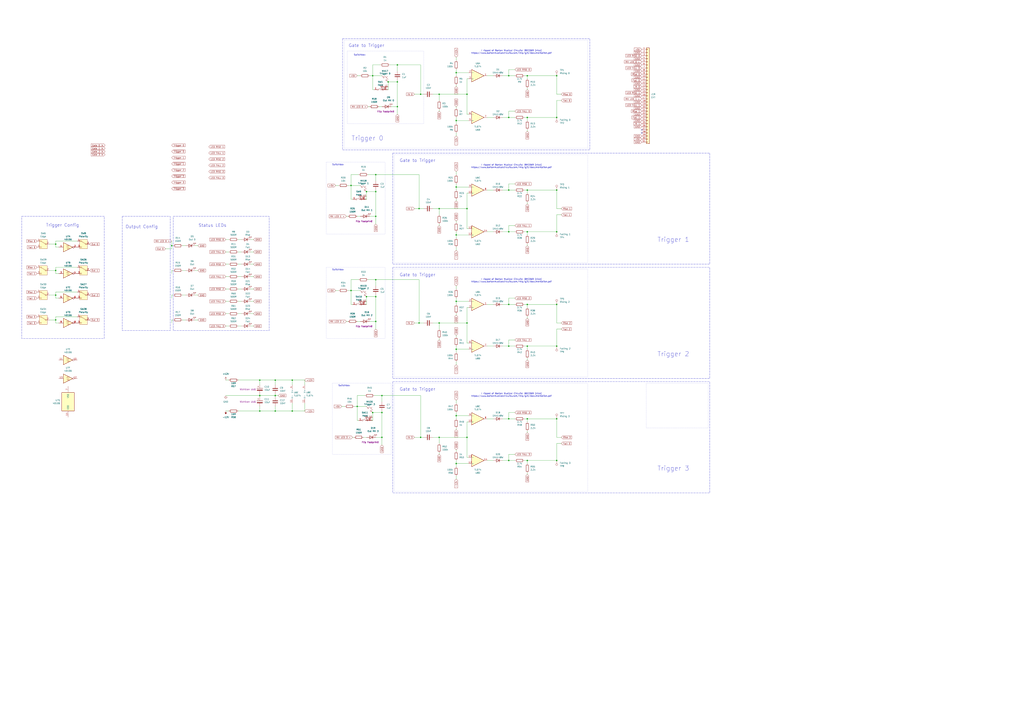
<source format=kicad_sch>
(kicad_sch (version 20231120) (generator "eeschema") (generator_version "8.0")
  (paper "A1")
  (title_block (title "Audio Thing Template") (rev "1.0") (company "velvia-fifty") (comment 1 "https://github.com/velvia-fifty/AudioThings") (comment 2 "You should have changed this already :)") (comment 4 "Stay humble"))
  (junction (at 308.61 177.8))
  (junction (at 288.29 152.4))
  (junction (at 374.65 59.69))
  (junction (at 226.06 312.42))
  (junction (at 417.83 156.21))
  (junction (at 433.07 190.5))
  (junction (at 383.54 359.41))
  (junction (at 374.65 99.06))
  (junction (at 417.83 378.46))
  (junction (at 326.39 87.63))
  (junction (at 374.65 247.65))
  (junction (at 457.2 62.23))
  (junction (at 45.72 262.89))
  (junction (at 417.83 344.17))
  (junction (at 374.65 193.04))
  (junction (at 457.2 284.48))
  (junction (at 433.07 378.46))
  (junction (at 288.29 238.76))
  (junction (at 433.07 344.17))
  (junction (at 383.54 77.47))
  (junction (at 374.65 381))
  (junction (at 433.07 96.52))
  (junction (at 308.61 143.51))
  (junction (at 360.68 359.41))
  (junction (at 374.65 153.67))
  (junction (at 344.17 171.45))
  (junction (at 360.68 77.47))
  (junction (at 45.72 222.25))
  (junction (at 345.44 359.41))
  (junction (at 313.69 325.12))
  (junction (at 140.97 201.93))
  (junction (at 308.61 157.48))
  (junction (at 213.36 325.12))
  (junction (at 326.39 53.34))
  (junction (at 240.03 312.42))
  (junction (at 457.2 250.19))
  (junction (at 308.61 229.87))
  (junction (at 417.83 190.5))
  (junction (at 326.39 67.31))
  (junction (at 383.54 171.45))
  (junction (at 457.2 378.46))
  (junction (at 306.07 62.23))
  (junction (at 318.77 67.31))
  (junction (at 417.83 96.52))
  (junction (at 457.2 156.21))
  (junction (at 457.2 190.5))
  (junction (at 383.54 265.43))
  (junction (at 226.06 325.12))
  (junction (at 457.2 96.52))
  (junction (at 417.83 250.19))
  (junction (at 293.37 334.01))
  (junction (at 374.65 341.63))
  (junction (at 417.83 284.48))
  (junction (at 433.07 284.48))
  (junction (at 45.72 242.57))
  (junction (at 213.36 312.42))
  (junction (at 345.44 77.47))
  (junction (at 313.69 359.41))
  (junction (at 45.72 200.66))
  (junction (at 433.07 156.21))
  (junction (at 306.07 339.09))
  (junction (at 360.68 171.45))
  (junction (at 417.83 62.23))
  (junction (at 213.36 337.82))
  (junction (at 300.99 157.48))
  (junction (at 313.69 339.09))
  (junction (at 433.07 62.23))
  (junction (at 226.06 337.82))
  (junction (at 300.99 243.84))
  (junction (at 308.61 243.84))
  (junction (at 457.2 344.17))
  (junction (at 240.03 337.82))
  (junction (at 374.65 287.02))
  (junction (at 360.68 265.43))
  (junction (at 344.17 265.43))
  (junction (at 308.61 264.16))
  (junction (at 433.07 250.19))
  (no_connect (at 527.05 106.68))
  (no_connect (at 527.05 109.22))
  (wire (pts (xy 374.65 59.69) (xy 374.65 57.15)))
  (wire (pts (xy 374.65 284.48) (xy 374.65 287.02)))
  (wire (pts (xy 412.75 344.17) (xy 417.83 344.17)))
  (wire (pts (xy 240.03 337.82) (xy 240.03 331.47)))
  (wire (pts (xy 185.42 227.33) (xy 187.96 227.33)))
  (wire (pts (xy 288.29 143.51) (xy 288.29 152.4)))
  (wire (pts (xy 374.65 328.93) (xy 374.65 331.47)))
  (wire (pts (xy 433.07 156.21) (xy 433.07 158.75)))
  (wire (pts (xy 457.2 284.48) (xy 457.2 270.51)))
  (wire (pts (xy 306.07 345.44) (xy 306.07 339.09)))
  (wire (pts (xy 321.31 87.63) (xy 326.39 87.63)))
  (wire (pts (xy 433.07 156.21) (xy 457.2 156.21)))
  (wire (pts (xy 383.54 171.45) (xy 383.54 187.96)))
  (wire (pts (xy 303.53 177.8) (xy 308.61 177.8)))
  (wire (pts (xy 383.54 346.71) (xy 383.54 359.41)))
  (wire (pts (xy 307.34 73.66) (xy 306.07 73.66)))
  (wire (pts (xy 433.07 344.17) (xy 433.07 346.71)))
  (wire (pts (xy 198.12 267.97) (xy 195.58 267.97)))
  (wire (pts (xy 383.54 187.96) (xy 384.81 187.96)))
  (wire (pts (xy 300.99 163.83) (xy 300.99 157.48)))
  (wire (pts (xy 433.07 250.19) (xy 457.2 250.19)))
  (wire (pts (xy 433.07 200.66) (xy 433.07 201.93)))
  (wire (pts (xy 185.42 207.01) (xy 187.96 207.01)))
  (wire (pts (xy 198.12 247.65) (xy 195.58 247.65)))
  (wire (pts (xy 318.77 73.66) (xy 318.77 67.31)))
  (wire (pts (xy 374.65 370.84) (xy 374.65 369.57)))
  (wire (pts (xy 208.28 237.49) (xy 205.74 237.49)))
  (wire (pts (xy 185.42 196.85) (xy 187.96 196.85)))
  (wire (pts (xy 374.65 341.63) (xy 374.65 344.17)))
  (wire (pts (xy 198.12 196.85) (xy 195.58 196.85)))
  (wire (pts (xy 40.64 200.66) (xy 45.72 200.66)))
  (wire (pts (xy 383.54 93.98) (xy 384.81 93.98)))
  (wire (pts (xy 433.07 96.52) (xy 457.2 96.52)))
  (wire (pts (xy 288.29 229.87) (xy 288.29 238.76)))
  (wire (pts (xy 45.72 198.12) (xy 45.72 200.66)))
  (wire (pts (xy 457.2 171.45) (xy 457.2 156.21)))
  (wire (pts (xy 461.01 171.45) (xy 457.2 171.45)))
  (wire (pts (xy 208.28 227.33) (xy 205.74 227.33)))
  (wire (pts (xy 300.99 243.84) (xy 308.61 243.84)))
  (wire (pts (xy 417.83 279.4) (xy 417.83 284.48)))
  (wire (pts (xy 226.06 312.42) (xy 240.03 312.42)))
  (wire (pts (xy 374.65 182.88) (xy 374.65 181.61)))
  (wire (pts (xy 384.81 346.71) (xy 383.54 346.71)))
  (wire (pts (xy 374.65 46.99) (xy 374.65 49.53)))
  (wire (pts (xy 308.61 234.95) (xy 308.61 229.87)))
  (wire (pts (xy 288.29 238.76) (xy 295.91 238.76)))
  (wire (pts (xy 374.65 153.67) (xy 374.65 156.21)))
  (wire (pts (xy 140.97 201.93) (xy 142.24 201.93)))
  (wire (pts (xy 383.54 375.92) (xy 384.81 375.92)))
  (wire (pts (xy 326.39 93.98) (xy 326.39 87.63)))
  (wire (pts (xy 303.53 264.16) (xy 308.61 264.16)))
  (wire (pts (xy 457.2 265.43) (xy 457.2 250.19)))
  (wire (pts (xy 374.65 59.69) (xy 374.65 62.23)))
  (wire (pts (xy 374.65 247.65) (xy 374.65 245.11)))
  (wire (pts (xy 308.61 148.59) (xy 308.61 143.51)))
  (wire (pts (xy 400.05 378.46) (xy 405.13 378.46)))
  (wire (pts (xy 433.07 294.64) (xy 433.07 295.91)))
  (wire (pts (xy 152.4 242.57) (xy 149.86 242.57)))
  (wire (pts (xy 208.28 257.81) (xy 205.74 257.81)))
  (wire (pts (xy 374.65 193.04) (xy 384.81 193.04)))
  (wire (pts (xy 195.58 312.42) (xy 213.36 312.42)))
  (wire (pts (xy 360.68 171.45) (xy 360.68 176.53)))
  (wire (pts (xy 318.77 67.31) (xy 326.39 67.31)))
  (wire (pts (xy 374.65 378.46) (xy 374.65 381)))
  (wire (pts (xy 306.07 73.66) (xy 306.07 62.23)))
  (wire (pts (xy 63.5 260.35) (xy 45.72 260.35)))
  (wire (pts (xy 250.19 316.23) (xy 250.19 312.42)))
  (wire (pts (xy 275.59 152.4) (xy 278.13 152.4)))
  (wire (pts (xy 344.17 265.43) (xy 340.36 265.43)))
  (wire (pts (xy 308.61 264.16) (xy 308.61 243.84)))
  (wire (pts (xy 433.07 284.48) (xy 457.2 284.48)))
  (wire (pts (xy 308.61 243.84) (xy 308.61 242.57)))
  (wire (pts (xy 185.42 337.82) (xy 187.96 337.82)))
  (wire (pts (xy 412.75 284.48) (xy 417.83 284.48)))
  (wire (pts (xy 374.65 287.02) (xy 374.65 289.56)))
  (wire (pts (xy 198.12 217.17) (xy 195.58 217.17)))
  (wire (pts (xy 303.53 62.23) (xy 306.07 62.23)))
  (wire (pts (xy 417.83 190.5) (xy 422.91 190.5)))
  (wire (pts (xy 195.58 337.82) (xy 213.36 337.82)))
  (wire (pts (xy 433.07 72.39) (xy 433.07 73.66)))
  (wire (pts (xy 295.91 177.8) (xy 293.37 177.8)))
  (wire (pts (xy 383.54 77.47) (xy 383.54 93.98)))
  (wire (pts (xy 299.72 325.12) (xy 293.37 325.12)))
  (wire (pts (xy 412.75 250.19) (xy 417.83 250.19)))
  (wire (pts (xy 300.99 157.48) (xy 308.61 157.48)))
  (wire (pts (xy 304.8 345.44) (xy 306.07 345.44)))
  (wire (pts (xy 326.39 87.63) (xy 326.39 67.31)))
  (wire (pts (xy 45.72 260.35) (xy 45.72 262.89)))
  (wire (pts (xy 185.42 237.49) (xy 187.96 237.49)))
  (wire (pts (xy 285.75 238.76) (xy 288.29 238.76)))
  (wire (pts (xy 417.83 57.15) (xy 417.83 62.23)))
  (wire (pts (xy 198.12 257.81) (xy 195.58 257.81)))
  (wire (pts (xy 400.05 344.17) (xy 405.13 344.17)))
  (wire (pts (xy 185.42 257.81) (xy 187.96 257.81)))
  (wire (pts (xy 360.68 359.41) (xy 383.54 359.41)))
  (wire (pts (xy 45.72 245.11) (xy 45.72 242.57)))
  (wire (pts (xy 412.75 156.21) (xy 417.83 156.21)))
  (wire (pts (xy 45.72 240.03) (xy 45.72 242.57)))
  (wire (pts (xy 433.07 378.46) (xy 457.2 378.46)))
  (wire (pts (xy 457.2 82.55) (xy 461.01 82.55)))
  (wire (pts (xy 213.36 323.85) (xy 213.36 325.12)))
  (wire (pts (xy 312.42 53.34) (xy 306.07 53.34)))
  (wire (pts (xy 208.28 247.65) (xy 205.74 247.65)))
  (wire (pts (xy 162.56 222.25) (xy 160.02 222.25)))
  (wire (pts (xy 433.07 378.46) (xy 433.07 381)))
  (wire (pts (xy 313.69 325.12) (xy 345.44 325.12)))
  (wire (pts (xy 140.97 242.57) (xy 142.24 242.57)))
  (wire (pts (xy 288.29 250.19) (xy 288.29 238.76)))
  (wire (pts (xy 430.53 284.48) (xy 433.07 284.48)))
  (wire (pts (xy 374.65 96.52) (xy 374.65 99.06)))
  (wire (pts (xy 326.39 58.42) (xy 326.39 53.34)))
  (wire (pts (xy 417.83 344.17) (xy 422.91 344.17)))
  (wire (pts (xy 313.69 359.41) (xy 313.69 339.09)))
  (wire (pts (xy 412.75 378.46) (xy 417.83 378.46)))
  (wire (pts (xy 430.53 378.46) (xy 433.07 378.46)))
  (wire (pts (xy 374.65 140.97) (xy 374.65 143.51)))
  (wire (pts (xy 400.05 284.48) (xy 405.13 284.48)))
  (wire (pts (xy 347.98 359.41) (xy 345.44 359.41)))
  (wire (pts (xy 360.68 90.17) (xy 360.68 91.44)))
  (wire (pts (xy 417.83 378.46) (xy 422.91 378.46)))
  (wire (pts (xy 40.64 262.89) (xy 45.72 262.89)))
  (wire (pts (xy 306.07 62.23) (xy 313.69 62.23)))
  (wire (pts (xy 208.28 217.17) (xy 205.74 217.17)))
  (wire (pts (xy 374.65 299.72) (xy 374.65 297.18)))
  (wire (pts (xy 289.56 250.19) (xy 288.29 250.19)))
  (wire (pts (xy 308.61 177.8) (xy 308.61 157.48)))
  (wire (pts (xy 213.36 312.42) (xy 226.06 312.42)))
  (wire (pts (xy 433.07 62.23) (xy 457.2 62.23)))
  (wire (pts (xy 320.04 53.34) (xy 326.39 53.34)))
  (wire (pts (xy 360.68 171.45) (xy 383.54 171.45)))
  (wire (pts (xy 374.65 153.67) (xy 384.81 153.67)))
  (wire (pts (xy 457.2 190.5) (xy 457.2 176.53)))
  (wire (pts (xy 374.65 381) (xy 374.65 383.54)))
  (wire (pts (xy 293.37 62.23) (xy 295.91 62.23)))
  (wire (pts (xy 383.54 158.75) (xy 383.54 171.45)))
  (wire (pts (xy 374.65 163.83) (xy 374.65 165.1)))
  (wire (pts (xy 417.83 185.42) (xy 422.91 185.42)))
  (wire (pts (xy 457.2 77.47) (xy 457.2 62.23)))
  (wire (pts (xy 140.97 262.89) (xy 142.24 262.89)))
  (wire (pts (xy 45.72 265.43) (xy 45.72 262.89)))
  (wire (pts (xy 326.39 67.31) (xy 326.39 66.04)))
  (wire (pts (xy 185.42 325.12) (xy 213.36 325.12)))
  (wire (pts (xy 63.5 219.71) (xy 45.72 219.71)))
  (wire (pts (xy 198.12 207.01) (xy 195.58 207.01)))
  (wire (pts (xy 347.98 77.47) (xy 345.44 77.47)))
  (wire (pts (xy 417.83 245.11) (xy 422.91 245.11)))
  (wire (pts (xy 374.65 247.65) (xy 384.81 247.65)))
  (wire (pts (xy 433.07 344.17) (xy 457.2 344.17)))
  (wire (pts (xy 226.06 312.42) (xy 226.06 316.23)))
  (wire (pts (xy 430.53 62.23) (xy 433.07 62.23)))
  (wire (pts (xy 306.07 339.09) (xy 313.69 339.09)))
  (wire (pts (xy 284.48 264.16) (xy 285.75 264.16)))
  (wire (pts (xy 374.65 205.74) (xy 374.65 203.2)))
  (wire (pts (xy 294.64 143.51) (xy 288.29 143.51)))
  (wire (pts (xy 208.28 207.01) (xy 205.74 207.01)))
  (wire (pts (xy 360.68 265.43) (xy 383.54 265.43)))
  (wire (pts (xy 417.83 91.44) (xy 422.91 91.44)))
  (wire (pts (xy 417.83 373.38) (xy 417.83 378.46)))
  (wire (pts (xy 308.61 229.87) (xy 344.17 229.87)))
  (wire (pts (xy 400.05 190.5) (xy 405.13 190.5)))
  (wire (pts (xy 433.07 260.35) (xy 433.07 261.62)))
  (wire (pts (xy 308.61 270.51) (xy 308.61 264.16)))
  (wire (pts (xy 417.83 250.19) (xy 422.91 250.19)))
  (wire (pts (xy 240.03 337.82) (xy 250.19 337.82)))
  (wire (pts (xy 140.97 198.12) (xy 140.97 201.93)))
  (wire (pts (xy 360.68 184.15) (xy 360.68 185.42)))
  (wire (pts (xy 45.72 224.79) (xy 48.26 224.79)))
  (wire (pts (xy 326.39 53.34) (xy 345.44 53.34)))
  (wire (pts (xy 40.64 242.57) (xy 45.72 242.57)))
  (wire (pts (xy 433.07 62.23) (xy 433.07 64.77)))
  (wire (pts (xy 344.17 143.51) (xy 344.17 171.45)))
  (wire (pts (xy 374.65 153.67) (xy 374.65 151.13)))
  (wire (pts (xy 400.05 156.21) (xy 405.13 156.21)))
  (wire (pts (xy 430.53 190.5) (xy 433.07 190.5)))
  (wire (pts (xy 374.65 341.63) (xy 374.65 339.09)))
  (wire (pts (xy 417.83 373.38) (xy 422.91 373.38)))
  (wire (pts (xy 140.97 222.25) (xy 142.24 222.25)))
  (wire (pts (xy 208.28 196.85) (xy 205.74 196.85)))
  (wire (pts (xy 374.65 190.5) (xy 374.65 193.04)))
  (wire (pts (xy 185.42 267.97) (xy 187.96 267.97)))
  (wire (pts (xy 45.72 200.66) (xy 45.72 203.2)))
  (wire (pts (xy 293.37 345.44) (xy 293.37 334.01)))
  (wire (pts (xy 48.26 265.43) (xy 45.72 265.43)))
  (wire (pts (xy 198.12 227.33) (xy 195.58 227.33)))
  (wire (pts (xy 405.13 62.23) (xy 400.05 62.23)))
  (wire (pts (xy 417.83 91.44) (xy 417.83 96.52)))
  (wire (pts (xy 140.97 245.11) (xy 140.97 242.57)))
  (wire (pts (xy 374.65 234.95) (xy 374.65 237.49)))
  (wire (pts (xy 412.75 190.5) (xy 417.83 190.5)))
  (wire (pts (xy 374.65 59.69) (xy 384.81 59.69)))
  (wire (pts (xy 433.07 166.37) (xy 433.07 167.64)))
  (wire (pts (xy 308.61 143.51) (xy 344.17 143.51)))
  (wire (pts (xy 433.07 388.62) (xy 433.07 389.89)))
  (wire (pts (xy 383.54 265.43) (xy 383.54 281.94)))
  (wire (pts (xy 45.72 219.71) (xy 45.72 222.25)))
  (wire (pts (xy 433.07 190.5) (xy 433.07 193.04)))
  (wire (pts (xy 140.97 224.79) (xy 140.97 222.25)))
  (wire (pts (xy 213.36 334.01) (xy 213.36 337.82)))
  (wire (pts (xy 250.19 312.42) (xy 240.03 312.42)))
  (wire (pts (xy 374.65 381) (xy 384.81 381)))
  (wire (pts (xy 360.68 77.47) (xy 360.68 82.55)))
  (wire (pts (xy 293.37 334.01) (xy 300.99 334.01)))
  (wire (pts (xy 185.42 312.42) (xy 187.96 312.42)))
  (wire (pts (xy 198.12 237.49) (xy 195.58 237.49)))
  (wire (pts (xy 374.65 247.65) (xy 374.65 250.19)))
  (wire (pts (xy 430.53 344.17) (xy 433.07 344.17)))
  (wire (pts (xy 417.83 185.42) (xy 417.83 190.5)))
  (wire (pts (xy 355.6 265.43) (xy 360.68 265.43)))
  (wire (pts (xy 226.06 337.82) (xy 226.06 334.01)))
  (wire (pts (xy 313.69 330.2) (xy 313.69 325.12)))
  (wire (pts (xy 433.07 250.19) (xy 433.07 252.73)))
  (wire (pts (xy 430.53 96.52) (xy 433.07 96.52)))
  (wire (pts (xy 228.6 325.12) (xy 226.06 325.12)))
  (wire (pts (xy 360.68 265.43) (xy 360.68 270.51)))
  (wire (pts (xy 374.65 88.9) (xy 374.65 87.63)))
  (wire (pts (xy 383.54 281.94) (xy 384.81 281.94)))
  (wire (pts (xy 308.61 157.48) (xy 308.61 156.21)))
  (wire (pts (xy 48.26 245.11) (xy 45.72 245.11)))
  (wire (pts (xy 417.83 151.13) (xy 422.91 151.13)))
  (wire (pts (xy 294.64 229.87) (xy 288.29 229.87)))
  (wire (pts (xy 289.56 163.83) (xy 288.29 163.83)))
  (wire (pts (xy 374.65 99.06) (xy 384.81 99.06)))
  (wire (pts (xy 412.75 62.23) (xy 417.83 62.23)))
  (wire (pts (xy 433.07 284.48) (xy 433.07 287.02)))
  (wire (pts (xy 313.69 339.09) (xy 313.69 337.82)))
  (wire (pts (xy 208.28 267.97) (xy 205.74 267.97)))
  (wire (pts (xy 461.01 359.41) (xy 457.2 359.41)))
  (wire (pts (xy 417.83 339.09) (xy 422.91 339.09)))
  (wire (pts (xy 383.54 359.41) (xy 383.54 375.92)))
  (wire (pts (xy 374.65 99.06) (xy 374.65 101.6)))
  (wire (pts (xy 347.98 265.43) (xy 344.17 265.43)))
  (wire (pts (xy 417.83 339.09) (xy 417.83 344.17)))
  (wire (pts (xy 417.83 96.52) (xy 422.91 96.52)))
  (wire (pts (xy 288.29 152.4) (xy 295.91 152.4)))
  (wire (pts (xy 405.13 96.52) (xy 400.05 96.52)))
  (wire (pts (xy 300.99 359.41) (xy 298.45 359.41)))
  (wire (pts (xy 307.34 325.12) (xy 313.69 325.12)))
  (wire (pts (xy 412.75 96.52) (xy 417.83 96.52)))
  (wire (pts (xy 345.44 53.34) (xy 345.44 77.47)))
  (wire (pts (xy 289.56 359.41) (xy 290.83 359.41)))
  (wire (pts (xy 308.61 359.41) (xy 313.69 359.41)))
  (wire (pts (xy 417.83 245.11) (xy 417.83 250.19)))
  (wire (pts (xy 290.83 334.01) (xy 293.37 334.01)))
  (wire (pts (xy 355.6 77.47) (xy 360.68 77.47)))
  (wire (pts (xy 45.72 222.25) (xy 45.72 224.79)))
  (wire (pts (xy 417.83 57.15) (xy 422.91 57.15)))
  (wire (pts (xy 457.2 364.49) (xy 461.01 364.49)))
  (wire (pts (xy 433.07 354.33) (xy 433.07 355.6)))
  (wire (pts (xy 317.5 73.66) (xy 318.77 73.66)))
  (wire (pts (xy 226.06 337.82) (xy 240.03 337.82)))
  (wire (pts (xy 417.83 284.48) (xy 422.91 284.48)))
  (wire (pts (xy 299.72 250.19) (xy 300.99 250.19)))
  (wire (pts (xy 302.26 87.63) (xy 303.53 87.63)))
  (wire (pts (xy 417.83 156.21) (xy 422.91 156.21)))
  (wire (pts (xy 308.61 184.15) (xy 308.61 177.8)))
  (wire (pts (xy 374.65 69.85) (xy 374.65 71.12)))
  (wire (pts (xy 417.83 151.13) (xy 417.83 156.21)))
  (wire (pts (xy 461.01 265.43) (xy 457.2 265.43)))
  (wire (pts (xy 345.44 359.41) (xy 340.36 359.41)))
  (wire (pts (xy 417.83 279.4) (xy 422.91 279.4)))
  (wire (pts (xy 417.83 62.23) (xy 422.91 62.23)))
  (wire (pts (xy 374.65 111.76) (xy 374.65 109.22)))
  (wire (pts (xy 345.44 77.47) (xy 340.36 77.47)))
  (wire (pts (xy 360.68 77.47) (xy 383.54 77.47)))
  (wire (pts (xy 63.5 198.12) (xy 45.72 198.12)))
  (wire (pts (xy 384.81 252.73) (xy 383.54 252.73)))
  (wire (pts (xy 295.91 264.16) (xy 293.37 264.16)))
  (wire (pts (xy 45.72 203.2) (xy 48.26 203.2)))
  (wire (pts (xy 280.67 334.01) (xy 283.21 334.01)))
  (wire (pts (xy 302.26 229.87) (xy 308.61 229.87)))
  (wire (pts (xy 383.54 64.77) (xy 383.54 77.47)))
  (wire (pts (xy 162.56 201.93) (xy 160.02 201.93)))
  (wire (pts (xy 457.2 378.46) (xy 457.2 364.49)))
  (wire (pts (xy 457.2 176.53) (xy 461.01 176.53)))
  (wire (pts (xy 344.17 171.45) (xy 340.36 171.45)))
  (wire (pts (xy 240.03 312.42) (xy 240.03 316.23)))
  (wire (pts (xy 152.4 262.89) (xy 149.86 262.89)))
  (wire (pts (xy 457.2 270.51) (xy 461.01 270.51)))
  (wire (pts (xy 461.01 77.47) (xy 457.2 77.47)))
  (wire (pts (xy 374.65 351.79) (xy 374.65 353.06)))
  (wire (pts (xy 284.48 177.8) (xy 285.75 177.8)))
  (wire (pts (xy 285.75 152.4) (xy 288.29 152.4)))
  (wire (pts (xy 430.53 156.21) (xy 433.07 156.21)))
  (wire (pts (xy 384.81 158.75) (xy 383.54 158.75)))
  (wire (pts (xy 213.36 326.39) (xy 213.36 325.12)))
  (wire (pts (xy 302.26 143.51) (xy 308.61 143.51)))
  (wire (pts (xy 433.07 96.52) (xy 433.07 99.06)))
  (wire (pts (xy 457.2 359.41) (xy 457.2 344.17)))
  (wire (pts (xy 374.65 393.7) (xy 374.65 391.16)))
  (wire (pts (xy 355.6 171.45) (xy 360.68 171.45)))
  (wire (pts (xy 374.65 193.04) (xy 374.65 195.58)))
  (wire (pts (xy 162.56 242.57) (xy 160.02 242.57)))
  (wire (pts (xy 360.68 372.11) (xy 360.68 373.38)))
  (wire (pts (xy 135.89 204.47) (xy 140.97 204.47)))
  (wire (pts (xy 275.59 238.76) (xy 278.13 238.76)))
  (wire (pts (xy 226.06 323.85) (xy 226.06 325.12)))
  (wire (pts (xy 360.68 359.41) (xy 360.68 364.49)))
  (wire (pts (xy 162.56 262.89) (xy 160.02 262.89)))
  (wire (pts (xy 313.69 87.63) (xy 311.15 87.63)))
  (wire (pts (xy 140.97 265.43) (xy 140.97 262.89)))
  (wire (pts (xy 374.65 341.63) (xy 384.81 341.63)))
  (wire (pts (xy 345.44 325.12) (xy 345.44 359.41)))
  (wire (pts (xy 40.64 222.25) (xy 45.72 222.25)))
  (wire (pts (xy 299.72 163.83) (xy 300.99 163.83)))
  (wire (pts (xy 313.69 365.76) (xy 313.69 359.41)))
  (wire (pts (xy 306.07 53.34) (xy 306.07 62.23)))
  (wire (pts (xy 294.64 345.44) (xy 293.37 345.44)))
  (wire (pts (xy 226.06 325.12) (xy 226.06 326.39)))
  (wire (pts (xy 430.53 250.19) (xy 433.07 250.19)))
  (wire (pts (xy 185.42 217.17) (xy 187.96 217.17)))
  (wire (pts (xy 152.4 222.25) (xy 149.86 222.25)))
  (wire (pts (xy 374.65 276.86) (xy 374.65 275.59)))
  (wire (pts (xy 383.54 252.73) (xy 383.54 265.43)))
  (wire (pts (xy 374.65 287.02) (xy 384.81 287.02)))
  (wire (pts (xy 457.2 96.52) (xy 457.2 82.55)))
  (wire (pts (xy 293.37 325.12) (xy 293.37 334.01)))
  (wire (pts (xy 347.98 171.45) (xy 344.17 171.45)))
  (wire (pts (xy 400.05 250.19) (xy 405.13 250.19)))
  (wire (pts (xy 213.36 325.12) (xy 226.06 325.12)))
  (wire (pts (xy 185.42 247.65) (xy 187.96 247.65)))
  (wire (pts (xy 140.97 204.47) (xy 140.97 201.93)))
  (wire (pts (xy 152.4 201.93) (xy 149.86 201.93)))
  (wire (pts (xy 250.19 337.82) (xy 250.19 331.47)))
  (wire (pts (xy 344.17 229.87) (xy 344.17 265.43)))
  (wire (pts (xy 355.6 359.41) (xy 360.68 359.41)))
  (wire (pts (xy 433.07 190.5) (xy 457.2 190.5)))
  (wire (pts (xy 360.68 278.13) (xy 360.68 279.4)))
  (wire (pts (xy 63.5 240.03) (xy 45.72 240.03)))
  (wire (pts (xy 213.36 316.23) (xy 213.36 312.42)))
  (wire (pts (xy 384.81 64.77) (xy 383.54 64.77)))
  (wire (pts (xy 213.36 337.82) (xy 226.06 337.82)))
  (wire (pts (xy 433.07 106.68) (xy 433.07 107.95)))
  (wire (pts (xy 374.65 257.81) (xy 374.65 259.08)))
  (wire (pts (xy 288.29 163.83) (xy 288.29 152.4)))
  (wire (pts (xy 300.99 250.19) (xy 300.99 243.84)))
  (rectangle (start 323.85 314.96) (end 482.6 403.86) (stroke (width 0) (type dot)))
  (rectangle (start 322.58 125.73) (end 582.93 217.17) (stroke (width 0) (type dash)))
  (rectangle (start 323.85 127) (end 482.6 215.9) (stroke (width 0) (type dot)))
  (rectangle (start 281.305 31.75) (end 484.505 123.19) (stroke (width 0) (type dash)))
  (rectangle (start 100.33 177.8) (end 139.7 271.78) (stroke (width 0) (type dash)))
  (rectangle (start 273.05 314.96) (end 321.31 373.38) (stroke (width 0) (type dot)))
  (rectangle (start 282.575 33.02) (end 482.6 121.92) (stroke (width 0) (type dot)))
  (rectangle (start 267.97 133.35) (end 316.23 192.405) (stroke (width 0) (type dot)))
  (rectangle (start 323.85 220.98) (end 482.6 309.88) (stroke (width 0) (type dot)))
  (rectangle (start 142.24 177.8) (end 220.98 271.78) (stroke (width 0) (type dash)))
  (rectangle (start 322.58 313.69) (end 582.93 405.13) (stroke (width 0) (type dash)))
  (rectangle (start 530.86 314.96) (end 581.66 351.79) (stroke (width 0) (type dot)))
  (rectangle (start 267.97 219.71) (end 316.23 278.13) (stroke (width 0) (type dot)))
  (rectangle (start 285.115 41.91) (end 347.98 101.6) (stroke (width 0) (type dot)))
  (rectangle (start 322.58 219.71) (end 582.93 311.15) (stroke (width 0) (type dash)))
  (rectangle (start 17.78 177.8) (end 85.725 278.13) (stroke (width 0) (type dash)))
  (text "Gate to Trigger" (at 342.9 320.04 0) (effects (font (size 2.54 2.54))))
  (text "Trigger Config" (at 51.308 185.166 0) (effects (font (size 2.54 2.54))))
  (text "Trigger 1" (at 552.958 197.104 0) (effects (font (size 3.81 3.81))))
  (text "Switchbox" (at 277.622 221.742 0) (effects (font (size 1.27 1.27))))
  (text "Switchbox" (at 295.402 45.212 0) (effects (font (size 1.27 1.27))))
  (text "Gate to Trigger" (at 342.9 226.06 0) (effects (font (size 2.54 2.54))))
  (text "Trigger 3" (at 552.958 385.064 0) (effects (font (size 3.81 3.81))))
  (text "I ripped of Barton Musical Circuits' BMC069 (nice)\nhttps://www.bartonmusicalcircuits.com/4hp/g2t/documentation.pdf" (at 420.116 230.632 0) (effects (font (size 1.27 1.27))))
  (text "I ripped of Barton Musical Circuits' BMC069 (nice)\nhttps://www.bartonmusicalcircuits.com/4hp/g2t/documentation.pdf" (at 420.116 324.612 0) (effects (font (size 1.27 1.27))))
  (text "Switchbox" (at 277.622 135.382 0) (effects (font (size 1.27 1.27))))
  (text "I ripped of Barton Musical Circuits' BMC069 (nice)\nhttps://www.bartonmusicalcircuits.com/4hp/g2t/documentation.pdf" (at 420.116 136.652 0) (effects (font (size 1.27 1.27))))
  (text "I ripped of Barton Musical Circuits' BMC069 (nice)\nhttps://www.bartonmusicalcircuits.com/4hp/g2t/documentation.pdf" (at 420.116 42.672 0) (effects (font (size 1.27 1.27))))
  (text "Trigger 0" (at 301.752 113.792 0) (effects (font (size 3.81 3.81))))
  (text "Output Config" (at 116.332 186.436 0) (effects (font (size 2.54 2.54))))
  (text "Gate to Trigger" (at 300.99 37.592 0) (effects (font (size 2.54 2.54))))
  (text "Status LEDs" (at 174.498 185.42 0) (effects (font (size 2.54 2.54))))
  (text "Gate to Trigger" (at 342.9 132.08 0) (effects (font (size 2.54 2.54))))
  (text "Switchbox" (at 282.702 316.992 0) (effects (font (size 1.27 1.27))))
  (text "Trigger 2" (at 552.958 291.084 0) (effects (font (size 3.81 3.81))))
  (global_label "-12v" (shape input) (at 374.65 393.7 270) (property "Intersheetrefs" "${INTERSHEET_REFS}" (effects (hide yes))))
  (global_label "GND" (shape input) (at 433.07 355.6 270) (property "Intersheetrefs" "${INTERSHEET_REFS}" (effects (hide yes))))
  (global_label "LED RISE 3" (shape input) (at 171.45 140.97 0) (property "Intersheetrefs" "${INTERSHEET_REFS}" (effects (hide yes))))
  (global_label "GND" (shape input) (at 374.65 353.06 270) (property "Intersheetrefs" "${INTERSHEET_REFS}" (effects (hide yes))))
  (global_label "LED FALL 3" (shape input) (at 171.45 146.05 0) (property "Intersheetrefs" "${INTERSHEET_REFS}" (effects (hide yes))))
  (global_label "LED FALL 3" (shape input) (at 185.42 267.97 180) (property "Intersheetrefs" "${INTERSHEET_REFS}" (effects (hide yes))))
  (global_label "GND" (shape input) (at 326.39 93.98 270) (property "Intersheetrefs" "${INTERSHEET_REFS}" (effects (hide yes))))
  (global_label "GND" (shape input) (at 308.61 184.15 270) (property "Intersheetrefs" "${INTERSHEET_REFS}" (effects (hide yes))))
  (global_label "IN 1" (shape input) (at 340.36 171.45 180) (property "Intersheetrefs" "${INTERSHEET_REFS}" (effects (hide yes))))
  (global_label "~{Trigger 1}" (shape input) (at 140.97 134.62 0) (property "Intersheetrefs" "${INTERSHEET_REFS}" (effects (hide yes))))
  (global_label "LED RISE 2" (shape input) (at 422.91 245.11 0) (property "Intersheetrefs" "${INTERSHEET_REFS}" (effects (hide yes))))
  (global_label "GND" (shape input) (at 527.05 104.14 180) (property "Intersheetrefs" "${INTERSHEET_REFS}" (effects (hide yes))))
  (global_label "+12v" (shape input) (at 374.65 234.95 90) (property "Intersheetrefs" "${INTERSHEET_REFS}" (effects (hide yes))))
  (global_label "GND" (shape input) (at 374.65 87.63 90) (property "Intersheetrefs" "${INTERSHEET_REFS}" (effects (hide yes))))
  (global_label "Fall 2" (shape input) (at 30.48 245.11 180) (property "Intersheetrefs" "${INTERSHEET_REFS}" (effects (hide yes))))
  (global_label "MX LED 2 +" (shape input) (at 284.48 264.16 180) (property "Intersheetrefs" "${INTERSHEET_REFS}" (effects (hide yes))))
  (global_label "Rise 0" (shape input) (at 461.01 77.47 0) (property "Intersheetrefs" "${INTERSHEET_REFS}" (effects (hide yes))))
  (global_label "LED RISE 1" (shape input) (at 171.45 120.65 0) (property "Intersheetrefs" "${INTERSHEET_REFS}" (effects (hide yes))))
  (global_label "GND" (shape input) (at 527.05 116.84 180) (property "Intersheetrefs" "${INTERSHEET_REFS}" (effects (hide yes))))
  (global_label "Gate 1 In" (shape input) (at 86.36 121.92 180) (property "Intersheetrefs" "${INTERSHEET_REFS}" (effects (hide yes))))
  (global_label "GND" (shape input) (at 433.07 107.95 270) (property "Intersheetrefs" "${INTERSHEET_REFS}" (effects (hide yes))))
  (global_label "Trigger 0" (shape input) (at 140.97 119.38 0) (property "Intersheetrefs" "${INTERSHEET_REFS}" (effects (hide yes))))
  (global_label "GND" (shape input) (at 527.05 43.18 180) (property "Intersheetrefs" "${INTERSHEET_REFS}" (effects (hide yes))))
  (global_label "GND" (shape input) (at 360.68 185.42 270) (property "Intersheetrefs" "${INTERSHEET_REFS}" (effects (hide yes))))
  (global_label "GND" (shape input) (at 527.05 93.98 180) (property "Intersheetrefs" "${INTERSHEET_REFS}" (effects (hide yes))))
  (global_label "LED RISE 1" (shape input) (at 422.91 151.13 0) (property "Intersheetrefs" "${INTERSHEET_REFS}" (effects (hide yes))))
  (global_label "+5V" (shape input) (at 275.59 238.76 180) (property "Intersheetrefs" "${INTERSHEET_REFS}" (effects (hide yes))))
  (global_label "Rise 2" (shape input) (at 30.48 240.03 180) (property "Intersheetrefs" "${INTERSHEET_REFS}" (effects (hide yes))))
  (global_label "Out 0" (shape input) (at 73.66 200.66 0) (property "Intersheetrefs" "${INTERSHEET_REFS}" (effects (hide yes))))
  (global_label "GND" (shape input) (at 228.6 325.12 0) (property "Intersheetrefs" "${INTERSHEET_REFS}" (effects (hide yes))))
  (global_label "GND" (shape input) (at 360.68 91.44 270) (property "Intersheetrefs" "${INTERSHEET_REFS}" (effects (hide yes))))
  (global_label "Trigger 3" (shape input) (at 140.97 149.86 0) (property "Intersheetrefs" "${INTERSHEET_REFS}" (effects (hide yes))))
  (global_label "GND" (shape input) (at 527.05 99.06 180) (property "Intersheetrefs" "${INTERSHEET_REFS}" (effects (hide yes))))
  (global_label "GND" (shape input) (at 433.07 389.89 270) (property "Intersheetrefs" "${INTERSHEET_REFS}" (effects (hide yes))))
  (global_label "+5V" (shape input) (at 527.05 40.64 180) (property "Intersheetrefs" "${INTERSHEET_REFS}" (effects (hide yes))))
  (global_label "Fall 1" (shape input) (at 461.01 176.53 0) (property "Intersheetrefs" "${INTERSHEET_REFS}" (effects (hide yes))))
  (global_label "LED RISE 3" (shape input) (at 185.42 257.81 180) (property "Intersheetrefs" "${INTERSHEET_REFS}" (effects (hide yes))))
  (global_label "Rise 3" (shape input) (at 461.01 359.41 0) (property "Intersheetrefs" "${INTERSHEET_REFS}" (effects (hide yes))))
  (global_label "~{Trigger 2}" (shape input) (at 140.97 144.78 0) (property "Intersheetrefs" "${INTERSHEET_REFS}" (effects (hide yes))))
  (global_label "GND" (shape input) (at 433.07 261.62 270) (property "Intersheetrefs" "${INTERSHEET_REFS}" (effects (hide yes))))
  (global_label "LED RISE 2" (shape input) (at 185.42 237.49 180) (property "Intersheetrefs" "${INTERSHEET_REFS}" (effects (hide yes))))
  (global_label "GND" (shape input) (at 374.65 181.61 90) (property "Intersheetrefs" "${INTERSHEET_REFS}" (effects (hide yes))))
  (global_label "LED FALL 1" (shape input) (at 171.45 125.73 0) (property "Intersheetrefs" "${INTERSHEET_REFS}" (effects (hide yes))))
  (global_label "Rise 1" (shape input) (at 30.48 219.71 180) (property "Intersheetrefs" "${INTERSHEET_REFS}" (effects (hide yes))))
  (global_label "LED RISE 3" (shape input) (at 422.91 339.09 0) (property "Intersheetrefs" "${INTERSHEET_REFS}" (effects (hide yes))))
  (global_label "Fall 0" (shape input) (at 527.05 66.04 180) (property "Intersheetrefs" "${INTERSHEET_REFS}" (effects (hide yes))))
  (global_label "Fall 2" (shape input) (at 461.01 270.51 0) (property "Intersheetrefs" "${INTERSHEET_REFS}" (effects (hide yes))))
  (global_label "IN 0" (shape input) (at 340.36 77.47 180) (property "Intersheetrefs" "${INTERSHEET_REFS}" (effects (hide yes))))
  (global_label "GND" (shape input) (at 162.56 242.57 0) (property "Intersheetrefs" "${INTERSHEET_REFS}" (effects (hide yes))))
  (global_label "GND" (shape input) (at 527.05 53.34 180) (property "Intersheetrefs" "${INTERSHEET_REFS}" (effects (hide yes))))
  (global_label "GND" (shape input) (at 162.56 201.93 0) (property "Intersheetrefs" "${INTERSHEET_REFS}" (effects (hide yes))))
  (global_label "GND" (shape input) (at 527.05 58.42 180) (property "Intersheetrefs" "${INTERSHEET_REFS}" (effects (hide yes))))
  (global_label "MX LED 0 +" (shape input) (at 302.26 87.63 180) (property "Intersheetrefs" "${INTERSHEET_REFS}" (effects (hide yes))))
  (global_label "GND" (shape input) (at 313.69 365.76 270) (property "Intersheetrefs" "${INTERSHEET_REFS}" (effects (hide yes))))
  (global_label "GND" (shape input) (at 308.61 270.51 270) (property "Intersheetrefs" "${INTERSHEET_REFS}" (effects (hide yes))))
  (global_label "Fall 1" (shape input) (at 30.48 224.79 180) (property "Intersheetrefs" "${INTERSHEET_REFS}" (effects (hide yes))))
  (global_label "LED FALL 1" (shape input) (at 527.05 86.36 180) (property "Intersheetrefs" "${INTERSHEET_REFS}" (effects (hide yes))))
  (global_label "Trigger 2" (shape input) (at 140.97 139.7 0) (property "Intersheetrefs" "${INTERSHEET_REFS}" (effects (hide yes))))
  (global_label "MX LED 3 +" (shape input) (at 289.56 359.41 180) (property "Intersheetrefs" "${INTERSHEET_REFS}" (effects (hide yes))))
  (global_label "LED RISE 0" (shape input) (at 185.42 196.85 180) (property "Intersheetrefs" "${INTERSHEET_REFS}" (effects (hide yes))))
  (global_label "GND" (shape input) (at 208.28 217.17 0) (property "Intersheetrefs" "${INTERSHEET_REFS}" (effects (hide yes))))
  (global_label "GND" (shape input) (at 527.05 111.76 180) (property "Intersheetrefs" "${INTERSHEET_REFS}" (effects (hide yes))))
  (global_label "MX LED 0 +" (shape input) (at 140.97 198.12 180) (property "Intersheetrefs" "${INTERSHEET_REFS}" (effects (hide yes))))
  (global_label "GND" (shape input) (at 527.05 68.58 180) (property "Intersheetrefs" "${INTERSHEET_REFS}" (effects (hide yes))))
  (global_label "Fall 0" (shape input) (at 30.48 203.2 180) (property "Intersheetrefs" "${INTERSHEET_REFS}" (effects (hide yes))))
  (global_label "LED FALL 2" (shape input) (at 185.42 247.65 180) (property "Intersheetrefs" "${INTERSHEET_REFS}" (effects (hide yes))))
  (global_label "LED FALL 2" (shape input) (at 422.91 279.4 0) (property "Intersheetrefs" "${INTERSHEET_REFS}" (effects (hide yes))))
  (global_label "GND" (shape input) (at 208.28 196.85 0) (property "Intersheetrefs" "${INTERSHEET_REFS}" (effects (hide yes))))
  (global_label "LED RISE 1" (shape input) (at 185.42 217.17 180) (property "Intersheetrefs" "${INTERSHEET_REFS}" (effects (hide yes))))
  (global_label "GND" (shape input) (at 208.28 227.33 0) (property "Intersheetrefs" "${INTERSHEET_REFS}" (effects (hide yes))))
  (global_label "Rise 2" (shape input) (at 461.01 265.43 0) (property "Intersheetrefs" "${INTERSHEET_REFS}" (effects (hide yes))))
  (global_label "LED FALL 0" (shape input) (at 422.91 91.44 0) (property "Intersheetrefs" "${INTERSHEET_REFS}" (effects (hide yes))))
  (global_label "MX LED 1 +" (shape input) (at 284.48 177.8 180) (property "Intersheetrefs" "${INTERSHEET_REFS}" (effects (hide yes))))
  (global_label "MX LED 1 +" (shape input) (at 527.05 81.28 180) (property "Intersheetrefs" "${INTERSHEET_REFS}" (effects (hide yes))))
  (global_label "Out 3" (shape input) (at 73.66 262.89 0) (property "Intersheetrefs" "${INTERSHEET_REFS}" (effects (hide yes))))
  (global_label "GND" (shape input) (at 162.56 222.25 0) (property "Intersheetrefs" "${INTERSHEET_REFS}" (effects (hide yes))))
  (global_label "LED RISE 2" (shape input) (at 171.45 130.81 0) (property "Intersheetrefs" "${INTERSHEET_REFS}" (effects (hide yes))))
  (global_label "LED FALL 1" (shape input) (at 422.91 185.42 0) (property "Intersheetrefs" "${INTERSHEET_REFS}" (effects (hide yes))))
  (global_label "Out 1" (shape input) (at 73.66 222.25 0) (property "Intersheetrefs" "${INTERSHEET_REFS}" (effects (hide yes))))
  (global_label "GND" (shape input) (at 527.05 78.74 180) (property "Intersheetrefs" "${INTERSHEET_REFS}" (effects (hide yes))))
  (global_label "IN 1" (shape input) (at 527.05 101.6 180) (property "Intersheetrefs" "${INTERSHEET_REFS}" (effects (hide yes))))
  (global_label "Rise 1" (shape input) (at 461.01 171.45 0) (property "Intersheetrefs" "${INTERSHEET_REFS}" (effects (hide yes))))
  (global_label "GND" (shape input) (at 433.07 201.93 270) (property "Intersheetrefs" "${INTERSHEET_REFS}" (effects (hide yes))))
  (global_label "IN 2" (shape input) (at 340.36 265.43 180) (property "Intersheetrefs" "${INTERSHEET_REFS}" (effects (hide yes))))
  (global_label "LED RISE 0" (shape input) (at 527.05 45.72 180) (property "Intersheetrefs" "${INTERSHEET_REFS}" (effects (hide yes))))
  (global_label "LED FALL 0" (shape input) (at 527.05 55.88 180) (property "Intersheetrefs" "${INTERSHEET_REFS}" (effects (hide yes))))
  (global_label "GND" (shape input) (at 527.05 83.82 180) (property "Intersheetrefs" "${INTERSHEET_REFS}" (effects (hide yes))))
  (global_label "GND" (shape input) (at 208.28 247.65 0) (property "Intersheetrefs" "${INTERSHEET_REFS}" (effects (hide yes))))
  (global_label "~{Trigger 3}" (shape input) (at 140.97 154.94 0) (property "Intersheetrefs" "${INTERSHEET_REFS}" (effects (hide yes))))
  (global_label "Gate 2 In" (shape input) (at 86.36 124.46 180) (property "Intersheetrefs" "${INTERSHEET_REFS}" (effects (hide yes))))
  (global_label "LED FALL 0" (shape input) (at 185.42 207.01 180) (property "Intersheetrefs" "${INTERSHEET_REFS}" (effects (hide yes))))
  (global_label "+12v" (shape input) (at 374.65 140.97 90) (property "Intersheetrefs" "${INTERSHEET_REFS}" (effects (hide yes))))
  (global_label "IN 0" (shape input) (at 527.05 71.12 180) (property "Intersheetrefs" "${INTERSHEET_REFS}" (effects (hide yes))))
  (global_label "Rise 3" (shape input) (at 30.48 260.35 180) (property "Intersheetrefs" "${INTERSHEET_REFS}" (effects (hide yes))))
  (global_label "Rise 0" (shape input) (at 527.05 60.96 180) (property "Intersheetrefs" "${INTERSHEET_REFS}" (effects (hide yes))))
  (global_label "Fall 3" (shape input) (at 30.48 265.43 180) (property "Intersheetrefs" "${INTERSHEET_REFS}" (effects (hide yes))))
  (global_label "GND" (shape input) (at 433.07 167.64 270) (property "Intersheetrefs" "${INTERSHEET_REFS}" (effects (hide yes))))
  (global_label "+5V" (shape input) (at 527.05 114.3 180) (property "Intersheetrefs" "${INTERSHEET_REFS}" (effects (hide yes))))
  (global_label "GND" (shape input) (at 208.28 237.49 0) (property "Intersheetrefs" "${INTERSHEET_REFS}" (effects (hide yes))))
  (global_label "GND" (shape input) (at 360.68 373.38 270) (property "Intersheetrefs" "${INTERSHEET_REFS}" (effects (hide yes))))
  (global_label "+5V" (shape input) (at 280.67 334.01 180) (property "Intersheetrefs" "${INTERSHEET_REFS}" (effects (hide yes))))
  (global_label "GND" (shape input) (at 433.07 73.66 270) (property "Intersheetrefs" "${INTERSHEET_REFS}" (effects (hide yes))))
  (global_label "~{Trigger 0}" (shape input) (at 140.97 124.46 0) (property "Intersheetrefs" "${INTERSHEET_REFS}" (effects (hide yes))))
  (global_label "MX LED 0 +" (shape input) (at 527.05 50.8 180) (property "Intersheetrefs" "${INTERSHEET_REFS}" (effects (hide yes))))
  (global_label "LED RISE 1" (shape input) (at 527.05 76.2 180) (property "Intersheetrefs" "${INTERSHEET_REFS}" (effects (hide yes))))
  (global_label "LED FALL 3" (shape input) (at 422.91 373.38 0) (property "Intersheetrefs" "${INTERSHEET_REFS}" (effects (hide yes))))
  (global_label "+5V" (shape input) (at 293.37 62.23 180) (property "Intersheetrefs" "${INTERSHEET_REFS}" (effects (hide yes))))
  (global_label "GND" (shape input) (at 374.65 71.12 270) (property "Intersheetrefs" "${INTERSHEET_REFS}" (effects (hide yes))))
  (global_label "GND" (shape input) (at 360.68 279.4 270) (property "Intersheetrefs" "${INTERSHEET_REFS}" (effects (hide yes))))
  (global_label "GND" (shape input) (at 527.05 48.26 180) (property "Intersheetrefs" "${INTERSHEET_REFS}" (effects (hide yes))))
  (global_label "IN 3" (shape input) (at 340.36 359.41 180) (property "Intersheetrefs" "${INTERSHEET_REFS}" (effects (hide yes))))
  (global_label "Rise 0" (shape input) (at 30.48 198.12 180) (property "Intersheetrefs" "${INTERSHEET_REFS}" (effects (hide yes))))
  (global_label "LED RISE 0" (shape input) (at 422.91 57.15 0) (property "Intersheetrefs" "${INTERSHEET_REFS}" (effects (hide yes))))
  (global_label "GND" (shape input) (at 527.05 88.9 180) (property "Intersheetrefs" "${INTERSHEET_REFS}" (effects (hide yes))))
  (global_label "Out 0" (shape input) (at 135.89 204.47 180) (property "Intersheetrefs" "${INTERSHEET_REFS}" (effects (hide yes))))
  (global_label "+12v" (shape input) (at 374.65 328.93 90) (property "Intersheetrefs" "${INTERSHEET_REFS}" (effects (hide yes))))
  (global_label "-12v" (shape input) (at 374.65 205.74 270) (property "Intersheetrefs" "${INTERSHEET_REFS}" (effects (hide yes))))
  (global_label "Fall 1" (shape input) (at 527.05 96.52 180) (property "Intersheetrefs" "${INTERSHEET_REFS}" (effects (hide yes))))
  (global_label "GND" (shape input) (at 162.56 262.89 0) (property "Intersheetrefs" "${INTERSHEET_REFS}" (effects (hide yes))))
  (global_label "Gate 0 In" (shape input) (at 86.36 119.38 180) (property "Intersheetrefs" "${INTERSHEET_REFS}" (effects (hide yes))))
  (global_label "GND" (shape input) (at 433.07 295.91 270) (property "Intersheetrefs" "${INTERSHEET_REFS}" (effects (hide yes))))
  (global_label "LED FALL 1" (shape input) (at 185.42 227.33 180) (property "Intersheetrefs" "${INTERSHEET_REFS}" (effects (hide yes))))
  (global_label "GND" (shape input) (at 208.28 257.81 0) (property "Intersheetrefs" "${INTERSHEET_REFS}" (effects (hide yes))))
  (global_label "-12v" (shape input) (at 374.65 111.76 270) (property "Intersheetrefs" "${INTERSHEET_REFS}" (effects (hide yes))))
  (global_label "Trigger 1" (shape input) (at 140.97 129.54 0) (property "Intersheetrefs" "${INTERSHEET_REFS}" (effects (hide yes))))
  (global_label "+12V" (shape input) (at 250.19 312.42 0) (property "Intersheetrefs" "${INTERSHEET_REFS}" (effects (hide yes))))
  (global_label "Fall 3" (shape input) (at 461.01 364.49 0) (property "Intersheetrefs" "${INTERSHEET_REFS}" (effects (hide yes))))
  (global_label "Out 2" (shape input) (at 73.66 242.57 0) (property "Intersheetrefs" "${INTERSHEET_REFS}" (effects (hide yes))))
  (global_label "+12v" (shape input) (at 374.65 46.99 90) (property "Intersheetrefs" "${INTERSHEET_REFS}" (effects (hide yes))))
  (global_label "Fall 0" (shape input) (at 461.01 82.55 0) (property "Intersheetrefs" "${INTERSHEET_REFS}" (effects (hide yes))))
  (global_label "LED FALL 2" (shape input) (at 171.45 135.89 0) (property "Intersheetrefs" "${INTERSHEET_REFS}" (effects (hide yes))))
  (global_label "-12v" (shape input) (at 250.19 337.82 0) (property "Intersheetrefs" "${INTERSHEET_REFS}" (effects (hide yes))))
  (global_label "+5V" (shape input) (at 275.59 152.4 180) (property "Intersheetrefs" "${INTERSHEET_REFS}" (effects (hide yes))))
  (global_label "GND" (shape input) (at 208.28 207.01 0) (property "Intersheetrefs" "${INTERSHEET_REFS}" (effects (hide yes))))
  (global_label "GND" (shape input) (at 374.65 259.08 270) (property "Intersheetrefs" "${INTERSHEET_REFS}" (effects (hide yes))))
  (global_label "GND" (shape input) (at 374.65 275.59 90) (property "Intersheetrefs" "${INTERSHEET_REFS}" (effects (hide yes))))
  (global_label "GND" (shape input) (at 208.28 267.97 0) (property "Intersheetrefs" "${INTERSHEET_REFS}" (effects (hide yes))))
  (global_label "GND" (shape input) (at 374.65 369.57 90) (property "Intersheetrefs" "${INTERSHEET_REFS}" (effects (hide yes))))
  (global_label "Gate 3 In" (shape input) (at 86.36 127 180) (property "Intersheetrefs" "${INTERSHEET_REFS}" (effects (hide yes))))
  (global_label "GND" (shape input) (at 527.05 73.66 180) (property "Intersheetrefs" "${INTERSHEET_REFS}" (effects (hide yes))))
  (global_label "GND" (shape input) (at 527.05 63.5 180) (property "Intersheetrefs" "${INTERSHEET_REFS}" (effects (hide yes))))
  (global_label "GND" (shape input) (at 374.65 165.1 270) (property "Intersheetrefs" "${INTERSHEET_REFS}" (effects (hide yes))))
  (global_label "Rise 1" (shape input) (at 527.05 91.44 180) (property "Intersheetrefs" "${INTERSHEET_REFS}" (effects (hide yes))))
  (global_label "-12v" (shape input) (at 374.65 299.72 270) (property "Intersheetrefs" "${INTERSHEET_REFS}" (effects (hide yes))))
  (symbol (lib_id "Device:R") (at 191.77 217.17 270) (unit 1)
    (property "Reference" "R31" (at 191.77 210.82 90))
    (property "Value" "500R" (at 191.77 213.36 90))
    (property "Footprint" "Resistor_SMD:R_0805_2012Metric_Pad1.20x1.40mm_HandSolder" (effects (hide yes)))
    (property "Description" "Resistor" (effects (hide yes)))
  )
  (symbol (lib_id "Connector:TestPoint") (at 457.2 156.21 0) (unit 1)
    (property "Reference" "TP3" (at 459.74 151.6379 0) (effects (justify left)))
    (property "Value" "Rising 1" (at 459.74 154.1779 0) (effects (justify left)))
    (property "Footprint" "TestPoint:TestPoint_Pad_1.5x1.5mm" (effects (hide yes)))
    (property "Description" "test point" (effects (hide yes)))
  )
  (symbol (lib_id "Amplifier_Operational:TL074") (at 392.43 190.5 0) (mirror x) (unit 4)
    (property "Reference" "U6" (at 392.43 200.66 0))
    (property "Value" "TL074" (at 392.43 198.12 0))
    (property "Footprint" "Package_SO:TSSOP-14_4.4x5mm_P0.65mm" (effects (hide yes)))
    (property "Datasheet" "http://www.ti.com/lit/ds/symlink/tl071.pdf" (effects (hide yes)))
    (property "Description" "Quad Low-Noise JFET-Input Operational Amplifiers, DIP-14/SOIC-14" (effects (hide yes)))
  )
  (symbol (lib_id "Device:R") (at 316.23 53.34 90) (unit 1)
    (property "Reference" "R1" (at 316.23 46.99 90))
    (property "Value" "1k" (at 316.23 49.53 90))
    (property "Footprint" "Resistor_SMD:R_0805_2012Metric_Pad1.20x1.40mm_HandSolder" (effects (hide yes)))
    (property "Description" "Resistor" (effects (hide yes)))
  )
  (symbol (lib_id "Device:R") (at 287.02 334.01 90) (unit 1)
    (property "Reference" "R46" (at 287.02 327.66 90))
    (property "Value" "10k" (at 287.02 330.2 90))
    (property "Footprint" "Resistor_SMD:R_0805_2012Metric_Pad1.20x1.40mm_HandSolder" (effects (hide yes)))
    (property "Description" "Resistor" (effects (hide yes)))
  )
  (symbol (lib_id "Device:R") (at 191.77 237.49 270) (unit 1)
    (property "Reference" "R59" (at 191.77 231.14 90))
    (property "Value" "500R" (at 191.77 233.68 90))
    (property "Footprint" "Resistor_SMD:R_0805_2012Metric_Pad1.20x1.40mm_HandSolder" (effects (hide yes)))
    (property "Description" "Resistor" (effects (hide yes)))
  )
  (symbol (lib_id "Device:R") (at 374.65 160.02 180) (unit 1)
    (property "Reference" "R23" (at 377.19 158.7499 0) (effects (justify right)))
    (property "Value" "1k" (at 377.19 161.2899 0) (effects (justify right)))
    (property "Footprint" "Resistor_SMD:R_0805_2012Metric_Pad1.20x1.40mm_HandSolder" (effects (hide yes)))
    (property "Description" "Resistor" (effects (hide yes)))
  )
  (symbol (lib_id "AT-Symbols:MX_SW_HS_W_LED") (at 298.45 241.3 0) (unit 1)
    (property "Reference" "MX19" (at 298.45 234.95 0))
    (property "Value" "Trigger 2" (at 298.45 236.982 0))
    (property "Footprint" "AT-Footprints:SW_Hotswap_Kailh_MX_Plated_1206R LED" (effects (hide yes)))
    (property "Description" "Push button switch, normally open, two pins, 45° tilted, Kailh CPG151101S11 for Cherry MX style switches" (effects (hide yes)))
  )
  (symbol (lib_id "Device:R") (at 374.65 105.41 0) (unit 1)
    (property "Reference" "R6" (at 372.11 106.6801 0) (effects (justify right)))
    (property "Value" "100k" (at 372.11 104.1401 0) (effects (justify right)))
    (property "Footprint" "Resistor_SMD:R_0805_2012Metric_Pad1.20x1.40mm_HandSolder" (effects (hide yes)))
    (property "Description" "Resistor" (effects (hide yes)))
  )
  (symbol (lib_id "Device:C") (at 326.39 62.23 0) (unit 1)
    (property "Reference" "C1" (at 330.2 60.9599 0) (effects (justify left)))
    (property "Value" "1uF" (at 330.2 63.4999 0) (effects (justify left)))
    (property "Footprint" "Capacitor_SMD:C_0805_2012Metric_Pad1.18x1.45mm_HandSolder" (effects (hide yes)))
    (property "Description" "Unpolarized capacitor" (effects (hide yes)))
  )
  (symbol (lib_id "Device:LED") (at 156.21 222.25 180) (unit 1)
    (property "Reference" "D6" (at 157.7975 214.63 0))
    (property "Value" "Out" (at 157.7975 217.17 0))
    (property "Footprint" "LED_SMD:LED_0805_2012Metric_Pad1.15x1.40mm_HandSolder" (effects (hide yes)))
    (property "Description" "Light emitting diode" (effects (hide yes)))
    (property "Note" "Flip Footprint!" (effects (hide yes)))
  )
  (symbol (lib_id "Device:R") (at 374.65 199.39 0) (unit 1)
    (property "Reference" "R30" (at 372.11 200.6601 0) (effects (justify right)))
    (property "Value" "100k" (at 372.11 198.1201 0) (effects (justify right)))
    (property "Footprint" "Resistor_SMD:R_0805_2012Metric_Pad1.20x1.40mm_HandSolder" (effects (hide yes)))
    (property "Description" "Resistor" (effects (hide yes)))
  )
  (symbol (lib_id "Switch:SW_SPST") (at 294.64 163.83 0) (unit 1)
    (property "Reference" "SW9" (at 294.64 157.48 0))
    (property "Value" "Hold" (at 294.64 160.02 0))
    (property "Footprint" "PCM_4ms_Switch:Switch_Toggle_SPDT_SubMini" (effects (hide yes)))
    (property "Description" "Single Pole Single Throw (SPST) switch" (effects (hide yes)))
  )
  (symbol (lib_id "Device:R") (at 433.07 290.83 180) (unit 1)
    (property "Reference" "R43" (at 435.61 289.5599 0) (effects (justify right)))
    (property "Value" "2.2k" (at 435.61 292.0999 0) (effects (justify right)))
    (property "Footprint" "Resistor_SMD:R_0805_2012Metric_Pad1.20x1.40mm_HandSolder" (effects (hide yes)))
    (property "Description" "Resistor" (effects (hide yes)))
  )
  (symbol (lib_id "power:GND") (at 185.42 325.12 0) (unit 1)
    (property "Reference" "#PWR035" (effects (hide yes)))
    (property "Value" "GND" (at 185.42 330.2 0))
    (property "Description" "Power symbol creates a global label with name \"GND\" , ground" (effects (hide yes)))
  )
  (symbol (lib_id "Switch:SW_SPST") (at 294.64 250.19 0) (unit 1)
    (property "Reference" "SW10" (at 294.64 243.84 0))
    (property "Value" "Hold" (at 294.64 246.38 0))
    (property "Footprint" "PCM_4ms_Switch:Switch_Toggle_SPDT_SubMini" (effects (hide yes)))
    (property "Description" "Single Pole Single Throw (SPST) switch" (effects (hide yes)))
  )
  (symbol (lib_id "Device:R") (at 191.77 196.85 270) (unit 1)
    (property "Reference" "R8" (at 191.77 190.5 90))
    (property "Value" "500R" (at 191.77 193.04 90))
    (property "Footprint" "Resistor_SMD:R_0805_2012Metric_Pad1.20x1.40mm_HandSolder" (effects (hide yes)))
    (property "Description" "Resistor" (effects (hide yes)))
  )
  (symbol (lib_id "Device:R") (at 426.72 190.5 90) (unit 1)
    (property "Reference" "R28" (at 426.72 195.58 90))
    (property "Value" "2.7k" (at 426.72 193.04 90))
    (property "Footprint" "Resistor_SMD:R_0805_2012Metric_Pad1.20x1.40mm_HandSolder" (effects (hide yes)))
    (property "Description" "Resistor" (effects (hide yes)))
  )
  (symbol (lib_id "Connector:TestPoint") (at 457.2 250.19 0) (unit 1)
    (property "Reference" "TP5" (at 459.74 245.6179 0) (effects (justify left)))
    (property "Value" "Rising 2" (at 459.74 248.1579 0) (effects (justify left)))
    (property "Footprint" "TestPoint:TestPoint_Pad_1.5x1.5mm" (effects (hide yes)))
    (property "Description" "test point" (effects (hide yes)))
  )
  (symbol (lib_id "Switch:SW_SPDT") (at 35.56 242.57 0) (mirror y) (unit 1)
    (property "Reference" "SW30" (at 35.56 233.68 0))
    (property "Value" "Edge" (at 35.56 236.22 0))
    (property "Footprint" "PCM_4ms_Switch:Switch_Toggle_SPDT_SubMini" (effects (hide yes)))
    (property "Description" "Switch, single pole double throw" (effects (hide yes)))
  )
  (symbol (lib_id "Amplifier_Operational:TL074") (at 392.43 156.21 0) (mirror x) (unit 3)
    (property "Reference" "U6" (at 392.43 146.05 0))
    (property "Value" "TL074" (at 392.43 148.59 0))
    (property "Footprint" "Package_SO:TSSOP-14_4.4x5mm_P0.65mm" (effects (hide yes)))
    (property "Datasheet" "http://www.ti.com/lit/ds/symlink/tl071.pdf" (effects (hide yes)))
    (property "Description" "Quad Low-Noise JFET-Input Operational Amplifiers, DIP-14/SOIC-14" (effects (hide yes)))
  )
  (symbol (lib_id "Diode:1N4148W") (at 408.94 284.48 180) (unit 1)
    (property "Reference" "D17" (at 408.94 279.4 0))
    (property "Value" "1N4148W" (at 408.94 281.94 0))
    (property "Footprint" "Diode_SMD:D_SOD-123" (effects (hide yes)))
    (property "Datasheet" "https://www.vishay.com/docs/85748/1n4148w.pdf" (effects (hide yes)))
    (property "Description" "75V 0.15A Fast Switching Diode, SOD-123" (effects (hide yes)))
    (property "Sim.Device" "D" (effects (hide yes)))
    (property "Sim.Pins" "1=K 2=A" (effects (hide yes)))
  )
  (symbol (lib_id "Device:LED") (at 201.93 207.01 180) (unit 1)
    (property "Reference" "D4" (at 203.5175 200.66 0))
    (property "Value" "Fall" (at 203.5175 203.2 0))
    (property "Footprint" "LED_SMD:LED_0805_2012Metric_Pad1.15x1.40mm_HandSolder" (effects (hide yes)))
    (property "Description" "Light emitting diode" (effects (hide yes)))
  )
  (symbol (lib_id "Amplifier_Operational:TL074") (at 392.43 96.52 0) (mirror x) (unit 2)
    (property "Reference" "U6" (at 392.43 106.68 0))
    (property "Value" "TL074" (at 392.43 104.14 0))
    (property "Footprint" "Package_SO:TSSOP-14_4.4x5mm_P0.65mm" (effects (hide yes)))
    (property "Datasheet" "http://www.ti.com/lit/ds/symlink/tl071.pdf" (effects (hide yes)))
    (property "Description" "Quad Low-Noise JFET-Input Operational Amplifiers, DIP-14/SOIC-14" (effects (hide yes)))
  )
  (symbol (lib_id "Device:LED") (at 299.72 177.8 180) (unit 1)
    (property "Reference" "D11" (at 301.3075 170.18 0))
    (property "Value" "Out MX 1" (at 301.3075 172.72 0))
    (property "Footprint" "PCM_marbastlib-mx:LED_MX_1206R" (effects (hide yes)))
    (property "Description" "Light emitting diode" (effects (hide yes)))
    (property "Note" "Flip Footprint!" (at 298.958 181.864 0))
  )
  (symbol (lib_id "Switch:SW_SPDT") (at 68.58 222.25 0) (mirror y) (unit 1)
    (property "Reference" "SW26" (at 68.58 213.36 0))
    (property "Value" "Polarity" (at 68.58 215.9 0))
    (property "Footprint" "PCM_4ms_Switch:Switch_Toggle_SPDT_SubMini" (effects (hide yes)))
    (property "Description" "Switch, single pole double throw" (effects (hide yes)))
  )
  (symbol (lib_id "Device:R") (at 374.65 280.67 0) (mirror y) (unit 1)
    (property "Reference" "R41" (at 377.19 281.9401 0) (effects (justify right)))
    (property "Value" "1k" (at 377.19 279.4001 0) (effects (justify right)))
    (property "Footprint" "Resistor_SMD:R_0805_2012Metric_Pad1.20x1.40mm_HandSolder" (effects (hide yes)))
    (property "Description" "Resistor" (effects (hide yes)))
  )
  (symbol (lib_id "Device:R") (at 433.07 256.54 180) (unit 1)
    (property "Reference" "R38" (at 435.61 255.2699 0) (effects (justify right)))
    (property "Value" "2.2k" (at 435.61 257.8099 0) (effects (justify right)))
    (property "Footprint" "Resistor_SMD:R_0805_2012Metric_Pad1.20x1.40mm_HandSolder" (effects (hide yes)))
    (property "Description" "Resistor" (effects (hide yes)))
  )
  (symbol (lib_id "Device:LED") (at 201.93 237.49 180) (unit 1)
    (property "Reference" "D21" (at 203.5175 231.14 0))
    (property "Value" "Rise" (at 203.5175 233.68 0))
    (property "Footprint" "LED_SMD:LED_0805_2012Metric_Pad1.15x1.40mm_HandSolder" (effects (hide yes)))
    (property "Description" "Light emitting diode" (effects (hide yes)))
  )
  (symbol (lib_id "Device:LED") (at 304.8 359.41 180) (unit 1)
    (property "Reference" "D19" (at 306.3875 351.79 0))
    (property "Value" "Out MX 3" (at 306.3875 354.33 0))
    (property "Footprint" "PCM_marbastlib-mx:LED_MX_1206R" (effects (hide yes)))
    (property "Description" "Light emitting diode" (effects (hide yes)))
    (property "Note" "Flip Footprint!" (at 304.038 363.474 0))
  )
  (symbol (lib_id "4xxx:40106") (at 55.88 224.79 0) (mirror x) (unit 2)
    (property "Reference" "U7" (at 55.88 215.9 0))
    (property "Value" "40106" (at 55.88 218.44 0))
    (property "Footprint" "Package_SO:TSSOP-14_4.4x5mm_P0.65mm" (effects (hide yes)))
    (property "Datasheet" "https://assets.nexperia.com/documents/data-sheet/HEF40106B.pdf" (effects (hide yes)))
    (property "Description" "Hex Schmitt trigger inverter" (effects (hide yes)))
  )
  (symbol (lib_id "Amplifier_Operational:TL074") (at 242.57 323.85 0) (unit 5)
    (property "Reference" "U6" (at 241.3 322.5799 0) (effects (justify left)))
    (property "Value" "TL074" (at 241.3 325.1199 0) (effects (justify left)))
    (property "Footprint" "Package_SO:TSSOP-14_4.4x5mm_P0.65mm" (effects (hide yes)))
    (property "Datasheet" "http://www.ti.com/lit/ds/symlink/tl071.pdf" (effects (hide yes)))
    (property "Description" "Quad Low-Noise JFET-Input Operational Amplifiers, DIP-14/SOIC-14" (effects (hide yes)))
  )
  (symbol (lib_id "Connector:TestPoint") (at 457.2 284.48 0) (mirror x) (unit 1)
    (property "Reference" "TP6" (at 459.74 289.0521 0) (effects (justify left)))
    (property "Value" "Falling 2" (at 459.74 286.5121 0) (effects (justify left)))
    (property "Footprint" "TestPoint:TestPoint_Pad_1.5x1.5mm" (effects (hide yes)))
    (property "Description" "test point" (effects (hide yes)))
  )
  (symbol (lib_id "Device:R") (at 146.05 201.93 270) (unit 1)
    (property "Reference" "R14" (at 146.05 195.58 90))
    (property "Value" "150R" (at 146.05 198.12 90))
    (property "Footprint" "Resistor_SMD:R_0805_2012Metric_Pad1.20x1.40mm_HandSolder" (effects (hide yes)))
    (property "Description" "Resistor" (effects (hide yes)))
  )
  (symbol (lib_id "Device:R") (at 360.68 368.3 180) (unit 1)
    (property "Reference" "R52" (at 363.22 367.0299 0) (effects (justify right)))
    (property "Value" "100k" (at 363.22 369.5699 0) (effects (justify right)))
    (property "Footprint" "Resistor_SMD:R_0805_2012Metric_Pad1.20x1.40mm_HandSolder" (effects (hide yes)))
    (property "Description" "Resistor" (effects (hide yes)))
  )
  (symbol (lib_id "Connector:TestPoint") (at 457.2 378.46 0) (mirror x) (unit 1)
    (property "Reference" "TP8" (at 459.74 383.0321 0) (effects (justify left)))
    (property "Value" "Falling 3" (at 459.74 380.4921 0) (effects (justify left)))
    (property "Footprint" "TestPoint:TestPoint_Pad_1.5x1.5mm" (effects (hide yes)))
    (property "Description" "test point" (effects (hide yes)))
  )
  (symbol (lib_id "4xxx:40106") (at 55.88 265.43 0) (mirror x) (unit 4)
    (property "Reference" "U7" (at 55.88 256.54 0))
    (property "Value" "40106" (at 55.88 259.08 0))
    (property "Footprint" "Package_SO:TSSOP-14_4.4x5mm_P0.65mm" (effects (hide yes)))
    (property "Datasheet" "https://assets.nexperia.com/documents/data-sheet/HEF40106B.pdf" (effects (hide yes)))
    (property "Description" "Hex Schmitt trigger inverter" (effects (hide yes)))
  )
  (symbol (lib_id "Diode:1N4148W") (at 408.94 250.19 180) (unit 1)
    (property "Reference" "D15" (at 408.94 245.11 0))
    (property "Value" "1N4148W" (at 408.94 247.65 0))
    (property "Footprint" "Diode_SMD:D_SOD-123" (effects (hide yes)))
    (property "Datasheet" "https://www.vishay.com/docs/85748/1n4148w.pdf" (effects (hide yes)))
    (property "Description" "75V 0.15A Fast Switching Diode, SOD-123" (effects (hide yes)))
    (property "Sim.Device" "D" (effects (hide yes)))
    (property "Sim.Pins" "1=K 2=A" (effects (hide yes)))
  )
  (symbol (lib_id "Device:R") (at 146.05 262.89 270) (unit 1)
    (property "Reference" "R17" (at 146.05 256.54 90))
    (property "Value" "150R" (at 146.05 259.08 90))
    (property "Footprint" "Resistor_SMD:R_0805_2012Metric_Pad1.20x1.40mm_HandSolder" (effects (hide yes)))
    (property "Description" "Resistor" (effects (hide yes)))
  )
  (symbol (lib_id "Diode:1N4148W") (at 408.94 156.21 180) (unit 1)
    (property "Reference" "D10" (at 408.94 151.13 0))
    (property "Value" "1N4148W" (at 408.94 153.67 0))
    (property "Footprint" "Diode_SMD:D_SOD-123" (effects (hide yes)))
    (property "Datasheet" "https://www.vishay.com/docs/85748/1n4148w.pdf" (effects (hide yes)))
    (property "Description" "75V 0.15A Fast Switching Diode, SOD-123" (effects (hide yes)))
    (property "Sim.Device" "D" (effects (hide yes)))
    (property "Sim.Pins" "1=K 2=A" (effects (hide yes)))
  )
  (symbol (lib_id "Device:R") (at 426.72 378.46 90) (unit 1)
    (property "Reference" "R54" (at 426.72 383.54 90))
    (property "Value" "2.7k" (at 426.72 381 90))
    (property "Footprint" "Resistor_SMD:R_0805_2012Metric_Pad1.20x1.40mm_HandSolder" (effects (hide yes)))
    (property "Description" "Resistor" (effects (hide yes)))
  )
  (symbol (lib_id "Diode:1N4148W") (at 408.94 96.52 180) (unit 1)
    (property "Reference" "D2" (at 408.94 91.44 0))
    (property "Value" "1N4148W" (at 408.94 93.98 0))
    (property "Footprint" "Diode_SMD:D_SOD-123" (effects (hide yes)))
    (property "Datasheet" "https://www.vishay.com/docs/85748/1n4148w.pdf" (effects (hide yes)))
    (property "Description" "75V 0.15A Fast Switching Diode, SOD-123" (effects (hide yes)))
    (property "Sim.Device" "D" (effects (hide yes)))
    (property "Sim.Pins" "1=K 2=A" (effects (hide yes)))
  )
  (symbol (lib_id "Device:R") (at 426.72 344.17 90) (unit 1)
    (property "Reference" "R48" (at 426.72 349.25 90))
    (property "Value" "2.7k" (at 426.72 346.71 90))
    (property "Footprint" "Resistor_SMD:R_0805_2012Metric_Pad1.20x1.40mm_HandSolder" (effects (hide yes)))
    (property "Description" "Resistor" (effects (hide yes)))
  )
  (symbol (lib_id "AT-Symbols:FFC-30-v") (at 532.13 78.74 0) (unit 1)
    (property "Reference" "J19" (at 534.67 77.4699 0) (effects (justify left)))
    (property "Value" "EXT" (at 534.67 80.0099 0) (effects (justify left)))
    (property "Footprint" "AT-Footprints:ffc-30-v-TE_3-1734742-0" (effects (hide yes)))
    (property "Description" "Generic connector, single row, 01x31, script generated (kicad-library-utils/schlib/autogen/connector/)" (effects (hide yes)))
  )
  (symbol (lib_id "Switch:SW_SPDT") (at 35.56 222.25 0) (mirror y) (unit 1)
    (property "Reference" "SW29" (at 35.56 213.36 0))
    (property "Value" "Edge" (at 35.56 215.9 0))
    (property "Footprint" "PCM_4ms_Switch:Switch_Toggle_SPDT_SubMini" (effects (hide yes)))
    (property "Description" "Switch, single pole double throw" (effects (hide yes)))
  )
  (symbol (lib_id "Switch:SW_SPDT") (at 35.56 200.66 0) (mirror y) (unit 1)
    (property "Reference" "SW6" (at 35.56 191.77 0))
    (property "Value" "Edge" (at 35.56 194.31 0))
    (property "Footprint" "PCM_4ms_Switch:Switch_Toggle_SPDT_SubMini" (effects (hide yes)))
    (property "Description" "Switch, single pole double throw" (effects (hide yes)))
  )
  (symbol (lib_id "Device:C") (at 226.06 330.2 180) (unit 1)
    (property "Reference" "C12" (at 229.87 328.9299 0) (effects (justify right)))
    (property "Value" "10nf" (at 229.87 331.4699 0) (effects (justify right)))
    (property "Footprint" "Capacitor_SMD:C_0805_2012Metric_Pad1.18x1.45mm_HandSolder" (effects (hide yes)))
    (property "Description" "Unpolarized capacitor" (effects (hide yes)))
  )
  (symbol (lib_id "Device:LED") (at 201.93 227.33 180) (unit 1)
    (property "Reference" "D14" (at 203.5175 220.98 0))
    (property "Value" "Fall" (at 203.5175 223.52 0))
    (property "Footprint" "LED_SMD:LED_0805_2012Metric_Pad1.15x1.40mm_HandSolder" (effects (hide yes)))
    (property "Description" "Light emitting diode" (effects (hide yes)))
  )
  (symbol (lib_id "Device:C") (at 308.61 152.4 0) (unit 1)
    (property "Reference" "C3" (at 312.42 151.1299 0) (effects (justify left)))
    (property "Value" "1uF" (at 312.42 153.6699 0) (effects (justify left)))
    (property "Footprint" "Capacitor_SMD:C_0805_2012Metric_Pad1.18x1.45mm_HandSolder" (effects (hide yes)))
    (property "Description" "Unpolarized capacitor" (effects (hide yes)))
  )
  (symbol (lib_id "Device:R") (at 294.64 359.41 270) (unit 1)
    (property "Reference" "R51" (at 294.64 353.06 90))
    (property "Value" "150R" (at 294.64 355.6 90))
    (property "Footprint" "Resistor_SMD:R_0805_2012Metric_Pad1.20x1.40mm_HandSolder" (effects (hide yes)))
    (property "Description" "Resistor" (effects (hide yes)))
  )
  (symbol (lib_id "AT-Symbols:MX_SW_HS_W_LED") (at 303.53 336.55 0) (unit 1)
    (property "Reference" "MX20" (at 303.53 330.2 0))
    (property "Value" "Trigger 3" (at 303.53 332.232 0))
    (property "Footprint" "AT-Footprints:SW_Hotswap_Kailh_MX_Plated_1206R LED" (effects (hide yes)))
    (property "Description" "Push button switch, normally open, two pins, 45° tilted, Kailh CPG151101S11 for Cherry MX style switches" (effects (hide yes)))
  )
  (symbol (lib_id "Diode:1N4148W") (at 408.94 344.17 180) (unit 1)
    (property "Reference" "D18" (at 408.94 339.09 0))
    (property "Value" "1N4148W" (at 408.94 341.63 0))
    (property "Footprint" "Diode_SMD:D_SOD-123" (effects (hide yes)))
    (property "Datasheet" "https://www.vishay.com/docs/85748/1n4148w.pdf" (effects (hide yes)))
    (property "Description" "75V 0.15A Fast Switching Diode, SOD-123" (effects (hide yes)))
    (property "Sim.Device" "D" (effects (hide yes)))
    (property "Sim.Pins" "1=K 2=A" (effects (hide yes)))
  )
  (symbol (lib_id "Device:R") (at 374.65 254 180) (unit 1)
    (property "Reference" "R37" (at 377.19 252.7299 0) (effects (justify right)))
    (property "Value" "1k" (at 377.19 255.2699 0) (effects (justify right)))
    (property "Footprint" "Resistor_SMD:R_0805_2012Metric_Pad1.20x1.40mm_HandSolder" (effects (hide yes)))
    (property "Description" "Resistor" (effects (hide yes)))
  )
  (symbol (lib_id "Device:R") (at 426.72 284.48 90) (unit 1)
    (property "Reference" "R42" (at 426.72 289.56 90))
    (property "Value" "2.7k" (at 426.72 287.02 90))
    (property "Footprint" "Resistor_SMD:R_0805_2012Metric_Pad1.20x1.40mm_HandSolder" (effects (hide yes)))
    (property "Description" "Resistor" (effects (hide yes)))
  )
  (symbol (lib_id "Switch:SW_SPDT") (at 68.58 262.89 0) (mirror y) (unit 1)
    (property "Reference" "SW28" (at 68.58 254 0))
    (property "Value" "Polarity" (at 68.58 256.54 0))
    (property "Footprint" "PCM_4ms_Switch:Switch_Toggle_SPDT_SubMini" (effects (hide yes)))
    (property "Description" "Switch, single pole double throw" (effects (hide yes)))
  )
  (symbol (lib_id "Device:R") (at 299.72 62.23 90) (unit 1)
    (property "Reference" "R2" (at 299.72 55.88 90))
    (property "Value" "10k" (at 299.72 58.42 90))
    (property "Footprint" "Resistor_SMD:R_0805_2012Metric_Pad1.20x1.40mm_HandSolder" (effects (hide yes)))
    (property "Description" "Resistor" (effects (hide yes)))
  )
  (symbol (lib_id "Amplifier_Operational:TL074") (at 392.43 250.19 0) (mirror x) (unit 1)
    (property "Reference" "U8" (at 392.43 240.03 0))
    (property "Value" "TL074" (at 392.43 242.57 0))
    (property "Footprint" "Package_SO:TSSOP-14_4.4x5mm_P0.65mm" (effects (hide yes)))
    (property "Datasheet" "http://www.ti.com/lit/ds/symlink/tl071.pdf" (effects (hide yes)))
    (property "Description" "Quad Low-Noise JFET-Input Operational Amplifiers, DIP-14/SOIC-14" (effects (hide yes)))
  )
  (symbol (lib_id "Device:R") (at 303.53 325.12 90) (unit 1)
    (property "Reference" "R45" (at 303.53 318.77 90))
    (property "Value" "1k" (at 303.53 321.31 90))
    (property "Footprint" "Resistor_SMD:R_0805_2012Metric_Pad1.20x1.40mm_HandSolder" (effects (hide yes)))
    (property "Description" "Resistor" (effects (hide yes)))
  )
  (symbol (lib_id "Device:LED") (at 156.21 262.89 180) (unit 1)
    (property "Reference" "D8" (at 157.7975 255.27 0))
    (property "Value" "Out" (at 157.7975 257.81 0))
    (property "Footprint" "LED_SMD:LED_0805_2012Metric_Pad1.15x1.40mm_HandSolder" (effects (hide yes)))
    (property "Description" "Light emitting diode" (effects (hide yes)))
    (property "Note" "Flip Footprint!" (effects (hide yes)))
  )
  (symbol (lib_id "4xxx:40106") (at 55.88 311.15 0) (mirror x) (unit 6)
    (property "Reference" "U7" (at 55.88 302.26 0))
    (property "Value" "40106" (at 55.88 304.8 0))
    (property "Footprint" "Package_SO:TSSOP-14_4.4x5mm_P0.65mm" (effects (hide yes)))
    (property "Datasheet" "https://assets.nexperia.com/documents/data-sheet/HEF40106B.pdf" (effects (hide yes)))
    (property "Description" "Hex Schmitt trigger inverter" (effects (hide yes)))
  )
  (symbol (lib_id "Device:R") (at 298.45 143.51 90) (unit 1)
    (property "Reference" "R19" (at 298.45 137.16 90))
    (property "Value" "1k" (at 298.45 139.7 90))
    (property "Footprint" "Resistor_SMD:R_0805_2012Metric_Pad1.20x1.40mm_HandSolder" (effects (hide yes)))
    (property "Description" "Resistor" (effects (hide yes)))
  )
  (symbol (lib_id "Device:R") (at 374.65 293.37 0) (unit 1)
    (property "Reference" "R44" (at 372.11 294.6401 0) (effects (justify right)))
    (property "Value" "100k" (at 372.11 292.1001 0) (effects (justify right)))
    (property "Footprint" "Resistor_SMD:R_0805_2012Metric_Pad1.20x1.40mm_HandSolder" (effects (hide yes)))
    (property "Description" "Resistor" (effects (hide yes)))
  )
  (symbol (lib_id "Device:R") (at 146.05 242.57 270) (unit 1)
    (property "Reference" "R16" (at 146.05 236.22 90))
    (property "Value" "150R" (at 146.05 238.76 90))
    (property "Footprint" "Resistor_SMD:R_0805_2012Metric_Pad1.20x1.40mm_HandSolder" (effects (hide yes)))
    (property "Description" "Resistor" (effects (hide yes)))
  )
  (symbol (lib_id "Device:R") (at 433.07 350.52 180) (unit 1)
    (property "Reference" "R50" (at 435.61 349.2499 0) (effects (justify right)))
    (property "Value" "2.2k" (at 435.61 351.7899 0) (effects (justify right)))
    (property "Footprint" "Resistor_SMD:R_0805_2012Metric_Pad1.20x1.40mm_HandSolder" (effects (hide yes)))
    (property "Description" "Resistor" (effects (hide yes)))
  )
  (symbol (lib_id "4xxx:40106") (at 55.88 330.2 0) (mirror x) (unit 7)
    (property "Reference" "U7" (at 49.53 328.9299 0) (effects (justify right)))
    (property "Value" "40106" (at 49.53 331.4699 0) (effects (justify right)))
    (property "Footprint" "Package_SO:TSSOP-14_4.4x5mm_P0.65mm" (effects (hide yes)))
    (property "Datasheet" "https://assets.nexperia.com/documents/data-sheet/HEF40106B.pdf" (effects (hide yes)))
    (property "Description" "Hex Schmitt trigger inverter" (effects (hide yes)))
  )
  (symbol (lib_id "Device:R") (at 426.72 62.23 90) (unit 1)
    (property "Reference" "R9" (at 426.72 67.31 90))
    (property "Value" "2.7k" (at 426.72 64.77 90))
    (property "Footprint" "Resistor_SMD:R_0805_2012Metric_Pad1.20x1.40mm_HandSolder" (effects (hide yes)))
    (property "Description" "Resistor" (effects (hide yes)))
  )
  (symbol (lib_id "Device:R") (at 374.65 374.65 0) (mirror y) (unit 1)
    (property "Reference" "R53" (at 377.19 375.9201 0) (effects (justify right)))
    (property "Value" "1k" (at 377.19 373.3801 0) (effects (justify right)))
    (property "Footprint" "Resistor_SMD:R_0805_2012Metric_Pad1.20x1.40mm_HandSolder" (effects (hide yes)))
    (property "Description" "Resistor" (effects (hide yes)))
  )
  (symbol (lib_id "Device:C") (at 351.79 359.41 90) (unit 1)
    (property "Reference" "C8" (at 351.79 351.79 90))
    (property "Value" "10nf" (at 351.79 354.33 90))
    (property "Footprint" "Capacitor_SMD:C_0805_2012Metric_Pad1.18x1.45mm_HandSolder" (effects (hide yes)))
    (property "Description" "Unpolarized capacitor" (effects (hide yes)))
  )
  (symbol (lib_id "Device:C_Polarized") (at 213.36 320.04 0) (unit 1)
    (property "Reference" "C10" (at 217.17 317.8809 0) (effects (justify left)))
    (property "Value" "10uf" (at 217.17 320.4209 0) (effects (justify left)))
    (property "Description" "Polarized capacitor" (effects (hide yes)))
    (property "Type" "Nichicon UUQ" (at 203.454 320.04 0))
  )
  (symbol (lib_id "Device:R") (at 360.68 180.34 180) (unit 1)
    (property "Reference" "R26" (at 363.22 179.0699 0) (effects (justify right)))
    (property "Value" "100k" (at 363.22 181.6099 0) (effects (justify right)))
    (property "Footprint" "Resistor_SMD:R_0805_2012Metric_Pad1.20x1.40mm_HandSolder" (effects (hide yes)))
    (property "Description" "Resistor" (effects (hide yes)))
  )
  (symbol (lib_id "Device:R") (at 374.65 66.04 180) (unit 1)
    (property "Reference" "R5" (at 377.19 64.7699 0) (effects (justify right)))
    (property "Value" "1k" (at 377.19 67.3099 0) (effects (justify right)))
    (property "Footprint" "Resistor_SMD:R_0805_2012Metric_Pad1.20x1.40mm_HandSolder" (effects (hide yes)))
    (property "Description" "Resistor" (effects (hide yes)))
  )
  (symbol (lib_id "Switch:SW_SPST") (at 312.42 73.66 0) (unit 1)
    (property "Reference" "SW1" (at 312.42 67.31 0))
    (property "Value" "Hold" (at 312.42 69.85 0))
    (property "Footprint" "PCM_4ms_Switch:Switch_Toggle_SPDT_SubMini" (effects (hide yes)))
    (property "Description" "Single Pole Single Throw (SPST) switch" (effects (hide yes)))
  )
  (symbol (lib_id "Device:R") (at 433.07 196.85 180) (unit 1)
    (property "Reference" "R29" (at 435.61 195.5799 0) (effects (justify right)))
    (property "Value" "2.2k" (at 435.61 198.1199 0) (effects (justify right)))
    (property "Footprint" "Resistor_SMD:R_0805_2012Metric_Pad1.20x1.40mm_HandSolder" (effects (hide yes)))
    (property "Description" "Resistor" (effects (hide yes)))
  )
  (symbol (lib_id "Device:LED") (at 317.5 87.63 180) (unit 1)
    (property "Reference" "D9" (at 319.0875 80.01 0))
    (property "Value" "Out MX 0" (at 319.0875 82.55 0))
    (property "Footprint" "PCM_marbastlib-mx:LED_MX_1206R" (effects (hide yes)))
    (property "Description" "Light emitting diode" (effects (hide yes)))
    (property "Note" "Flip Footprint!" (at 316.738 91.694 0))
  )
  (symbol (lib_id "Device:R") (at 433.07 68.58 180) (unit 1)
    (property "Reference" "R10" (at 435.61 67.3099 0) (effects (justify right)))
    (property "Value" "2.2k" (at 435.61 69.8499 0) (effects (justify right)))
    (property "Footprint" "Resistor_SMD:R_0805_2012Metric_Pad1.20x1.40mm_HandSolder" (effects (hide yes)))
    (property "Description" "Resistor" (effects (hide yes)))
  )
  (symbol (lib_id "Diode:1N4148W") (at 408.94 62.23 180) (unit 1)
    (property "Reference" "D1" (at 408.94 57.15 0))
    (property "Value" "1N4148W" (at 408.94 59.69 0))
    (property "Footprint" "Diode_SMD:D_SOD-123" (effects (hide yes)))
    (property "Datasheet" "https://www.vishay.com/docs/85748/1n4148w.pdf" (effects (hide yes)))
    (property "Description" "75V 0.15A Fast Switching Diode, SOD-123" (effects (hide yes)))
    (property "Sim.Device" "D" (effects (hide yes)))
    (property "Sim.Pins" "1=K 2=A" (effects (hide yes)))
  )
  (symbol (lib_id "Switch:SW_SPST") (at 299.72 345.44 0) (unit 1)
    (property "Reference" "SW11" (at 299.72 339.09 0))
    (property "Value" "Hold" (at 299.72 341.63 0))
    (property "Footprint" "PCM_4ms_Switch:Switch_Toggle_SPDT_SubMini" (effects (hide yes)))
    (property "Description" "Single Pole Single Throw (SPST) switch" (effects (hide yes)))
  )
  (symbol (lib_id "Device:R") (at 360.68 274.32 180) (unit 1)
    (property "Reference" "R40" (at 363.22 273.0499 0) (effects (justify right)))
    (property "Value" "100k" (at 363.22 275.5899 0) (effects (justify right)))
    (property "Footprint" "Resistor_SMD:R_0805_2012Metric_Pad1.20x1.40mm_HandSolder" (effects (hide yes)))
    (property "Description" "Resistor" (effects (hide yes)))
  )
  (symbol (lib_id "Connector:TestPoint") (at 457.2 344.17 0) (unit 1)
    (property "Reference" "TP7" (at 459.74 339.5979 0) (effects (justify left)))
    (property "Value" "Rising 3" (at 459.74 342.1379 0) (effects (justify left)))
    (property "Footprint" "TestPoint:TestPoint_Pad_1.5x1.5mm" (effects (hide yes)))
    (property "Description" "test point" (effects (hide yes)))
  )
  (symbol (lib_id "Device:R") (at 191.77 257.81 270) (unit 1)
    (property "Reference" "R61" (at 191.77 251.46 90))
    (property "Value" "500R" (at 191.77 254 90))
    (property "Footprint" "Resistor_SMD:R_0805_2012Metric_Pad1.20x1.40mm_HandSolder" (effects (hide yes)))
    (property "Description" "Resistor" (effects (hide yes)))
  )
  (symbol (lib_id "Device:R") (at 360.68 86.36 180) (unit 1)
    (property "Reference" "R3" (at 363.22 85.0899 0) (effects (justify right)))
    (property "Value" "100k" (at 363.22 87.6299 0) (effects (justify right)))
    (property "Footprint" "Resistor_SMD:R_0805_2012Metric_Pad1.20x1.40mm_HandSolder" (effects (hide yes)))
    (property "Description" "Resistor" (effects (hide yes)))
  )
  (symbol (lib_id "Device:LED") (at 201.93 247.65 180) (unit 1)
    (property "Reference" "D22" (at 203.5175 241.3 0))
    (property "Value" "Fall" (at 203.5175 243.84 0))
    (property "Footprint" "LED_SMD:LED_0805_2012Metric_Pad1.15x1.40mm_HandSolder" (effects (hide yes)))
    (property "Description" "Light emitting diode" (effects (hide yes)))
  )
  (symbol (lib_id "Amplifier_Operational:TL074") (at 252.73 323.85 0) (unit 5)
    (property "Reference" "U8" (at 251.46 322.5799 0) (effects (justify left)))
    (property "Value" "TL074" (at 251.46 325.1199 0) (effects (justify left)))
    (property "Footprint" "Package_SO:TSSOP-14_4.4x5mm_P0.65mm" (effects (hide yes)))
    (property "Datasheet" "http://www.ti.com/lit/ds/symlink/tl071.pdf" (effects (hide yes)))
    (property "Description" "Quad Low-Noise JFET-Input Operational Amplifiers, DIP-14/SOIC-14" (effects (hide yes)))
  )
  (symbol (lib_id "Device:R") (at 307.34 87.63 270) (unit 1)
    (property "Reference" "R18" (at 307.34 81.28 90))
    (property "Value" "150R" (at 307.34 83.82 90))
    (property "Footprint" "Resistor_SMD:R_0805_2012Metric_Pad1.20x1.40mm_HandSolder" (effects (hide yes)))
    (property "Description" "Resistor" (effects (hide yes)))
  )
  (symbol (lib_id "Diode:1N4148W") (at 408.94 378.46 180) (unit 1)
    (property "Reference" "D20" (at 408.94 373.38 0))
    (property "Value" "1N4148W" (at 408.94 375.92 0))
    (property "Footprint" "Diode_SMD:D_SOD-123" (effects (hide yes)))
    (property "Datasheet" "https://www.vishay.com/docs/85748/1n4148w.pdf" (effects (hide yes)))
    (property "Description" "75V 0.15A Fast Switching Diode, SOD-123" (effects (hide yes)))
    (property "Sim.Device" "D" (effects (hide yes)))
    (property "Sim.Pins" "1=K 2=A" (effects (hide yes)))
  )
  (symbol (lib_id "Device:R") (at 289.56 264.16 270) (unit 1)
    (property "Reference" "R39" (at 289.56 257.81 90))
    (property "Value" "150R" (at 289.56 260.35 90))
    (property "Footprint" "Resistor_SMD:R_0805_2012Metric_Pad1.20x1.40mm_HandSolder" (effects (hide yes)))
    (property "Description" "Resistor" (effects (hide yes)))
  )
  (symbol (lib_id "4xxx:40106") (at 55.88 245.11 0) (mirror x) (unit 3)
    (property "Reference" "U7" (at 55.88 236.22 0))
    (property "Value" "40106" (at 55.88 238.76 0))
    (property "Footprint" "Package_SO:TSSOP-14_4.4x5mm_P0.65mm" (effects (hide yes)))
    (property "Datasheet" "https://assets.nexperia.com/documents/data-sheet/HEF40106B.pdf" (effects (hide yes)))
    (property "Description" "Hex Schmitt trigger inverter" (effects (hide yes)))
  )
  (symbol (lib_id "Device:R") (at 374.65 387.35 0) (unit 1)
    (property "Reference" "R56" (at 372.11 388.6201 0) (effects (justify right)))
    (property "Value" "100k" (at 372.11 386.0801 0) (effects (justify right)))
    (property "Footprint" "Resistor_SMD:R_0805_2012Metric_Pad1.20x1.40mm_HandSolder" (effects (hide yes)))
    (property "Description" "Resistor" (effects (hide yes)))
  )
  (symbol (lib_id "AT-Symbols:MX_SW_HS_W_LED") (at 316.23 64.77 0) (unit 1)
    (property "Reference" "MX17" (at 316.23 58.42 0))
    (property "Value" "Trigger 0" (at 316.23 60.452 0))
    (property "Footprint" "AT-Footprints:SW_Hotswap_Kailh_MX_Plated_1206R LED" (effects (hide yes)))
    (property "Description" "Push button switch, normally open, two pins, 45° tilted, Kailh CPG151101S11 for Cherry MX style switches" (effects (hide yes)))
  )
  (symbol (lib_id "Device:R") (at 191.77 207.01 270) (unit 1)
    (property "Reference" "R11" (at 191.77 200.66 90))
    (property "Value" "500R" (at 191.77 203.2 90))
    (property "Footprint" "Resistor_SMD:R_0805_2012Metric_Pad1.20x1.40mm_HandSolder" (effects (hide yes)))
    (property "Description" "Resistor" (effects (hide yes)))
  )
  (symbol (lib_id "Device:C") (at 313.69 334.01 0) (unit 1)
    (property "Reference" "C7" (at 317.5 332.7399 0) (effects (justify left)))
    (property "Value" "1uF" (at 317.5 335.2799 0) (effects (justify left)))
    (property "Footprint" "Capacitor_SMD:C_0805_2012Metric_Pad1.18x1.45mm_HandSolder" (effects (hide yes)))
    (property "Description" "Unpolarized capacitor" (effects (hide yes)))
  )
  (symbol (lib_id "Device:LED") (at 201.93 267.97 180) (unit 1)
    (property "Reference" "D24" (at 203.5175 261.62 0))
    (property "Value" "Fall" (at 203.5175 264.16 0))
    (property "Footprint" "LED_SMD:LED_0805_2012Metric_Pad1.15x1.40mm_HandSolder" (effects (hide yes)))
    (property "Description" "Light emitting diode" (effects (hide yes)))
  )
  (symbol (lib_id "Device:R") (at 374.65 347.98 180) (unit 1)
    (property "Reference" "R49" (at 377.19 346.7099 0) (effects (justify right)))
    (property "Value" "1k" (at 377.19 349.2499 0) (effects (justify right)))
    (property "Footprint" "Resistor_SMD:R_0805_2012Metric_Pad1.20x1.40mm_HandSolder" (effects (hide yes)))
    (property "Description" "Resistor" (effects (hide yes)))
  )
  (symbol (lib_id "Device:LED") (at 156.21 201.93 180) (unit 1)
    (property "Reference" "D5" (at 157.7975 194.31 0))
    (property "Value" "Out 0" (at 157.7975 196.85 0))
    (property "Footprint" "LED_SMD:LED_0805_2012Metric_Pad1.15x1.40mm_HandSolder" (effects (hide yes)))
    (property "Description" "Light emitting diode" (effects (hide yes)))
    (property "Note" "Flip Footprint!" (effects (hide yes)))
  )
  (symbol (lib_id "Amplifier_Operational:TL074") (at 392.43 378.46 0) (mirror x) (unit 4)
    (property "Reference" "U8" (at 392.43 388.62 0))
    (property "Value" "TL074" (at 392.43 386.08 0))
    (property "Footprint" "Package_SO:TSSOP-14_4.4x5mm_P0.65mm" (effects (hide yes)))
    (property "Datasheet" "http://www.ti.com/lit/ds/symlink/tl071.pdf" (effects (hide yes)))
    (property "Description" "Quad Low-Noise JFET-Input Operational Amplifiers, DIP-14/SOIC-14" (effects (hide yes)))
  )
  (symbol (lib_id "Amplifier_Operational:TL074") (at 392.43 62.23 0) (mirror x) (unit 1)
    (property "Reference" "U6" (at 392.43 52.07 0))
    (property "Value" "TL074" (at 392.43 54.61 0))
    (property "Footprint" "Package_SO:TSSOP-14_4.4x5mm_P0.65mm" (effects (hide yes)))
    (property "Datasheet" "http://www.ti.com/lit/ds/symlink/tl071.pdf" (effects (hide yes)))
    (property "Description" "Quad Low-Noise JFET-Input Operational Amplifiers, DIP-14/SOIC-14" (effects (hide yes)))
  )
  (symbol (lib_id "Device:R") (at 426.72 156.21 90) (unit 1)
    (property "Reference" "R22" (at 426.72 161.29 90))
    (property "Value" "2.7k" (at 426.72 158.75 90))
    (property "Footprint" "Resistor_SMD:R_0805_2012Metric_Pad1.20x1.40mm_HandSolder" (effects (hide yes)))
    (property "Description" "Resistor" (effects (hide yes)))
  )
  (symbol (lib_id "Device:R") (at 191.77 267.97 270) (unit 1)
    (property "Reference" "R62" (at 191.77 261.62 90))
    (property "Value" "500R" (at 191.77 264.16 90))
    (property "Footprint" "Resistor_SMD:R_0805_2012Metric_Pad1.20x1.40mm_HandSolder" (effects (hide yes)))
    (property "Description" "Resistor" (effects (hide yes)))
  )
  (symbol (lib_id "Device:R") (at 146.05 222.25 270) (unit 1)
    (property "Reference" "R15" (at 146.05 215.9 90))
    (property "Value" "150R" (at 146.05 218.44 90))
    (property "Footprint" "Resistor_SMD:R_0805_2012Metric_Pad1.20x1.40mm_HandSolder" (effects (hide yes)))
    (property "Description" "Resistor" (effects (hide yes)))
  )
  (symbol (lib_id "Device:R") (at 433.07 162.56 180) (unit 1)
    (property "Reference" "R24" (at 435.61 161.2899 0) (effects (justify right)))
    (property "Value" "2.2k" (at 435.61 163.8299 0) (effects (justify right)))
    (property "Footprint" "Resistor_SMD:R_0805_2012Metric_Pad1.20x1.40mm_HandSolder" (effects (hide yes)))
    (property "Description" "Resistor" (effects (hide yes)))
  )
  (symbol (lib_id "Device:C") (at 226.06 320.04 180) (unit 1)
    (property "Reference" "C9" (at 229.87 318.7699 0) (effects (justify right)))
    (property "Value" "10nf" (at 229.87 321.3099 0) (effects (justify right)))
    (property "Footprint" "Capacitor_SMD:C_0805_2012Metric_Pad1.18x1.45mm_HandSolder" (effects (hide yes)))
    (property "Description" "Unpolarized capacitor" (effects (hide yes)))
  )
  (symbol (lib_id "Switch:SW_SPDT") (at 68.58 242.57 0) (mirror y) (unit 1)
    (property "Reference" "SW27" (at 68.58 233.68 0))
    (property "Value" "Polarity" (at 68.58 236.22 0))
    (property "Footprint" "PCM_4ms_Switch:Switch_Toggle_SPDT_SubMini" (effects (hide yes)))
    (property "Description" "Switch, single pole double throw" (effects (hide yes)))
  )
  (symbol (lib_id "Connector:TestPoint") (at 457.2 62.23 0) (unit 1)
    (property "Reference" "TP1" (at 459.74 57.6579 0) (effects (justify left)))
    (property "Value" "Rising 0" (at 459.74 60.1979 0) (effects (justify left)))
    (property "Footprint" "TestPoint:TestPoint_Pad_1.5x1.5mm" (effects (hide yes)))
    (property "Description" "test point" (effects (hide yes)))
  )
  (symbol (lib_id "Device:R") (at 374.65 186.69 0) (mirror y) (unit 1)
    (property "Reference" "R27" (at 377.19 187.9601 0) (effects (justify right)))
    (property "Value" "1k" (at 377.19 185.4201 0) (effects (justify right)))
    (property "Footprint" "Resistor_SMD:R_0805_2012Metric_Pad1.20x1.40mm_HandSolder" (effects (hide yes)))
    (property "Description" "Resistor" (effects (hide yes)))
  )
  (symbol (lib_id "Device:R") (at 374.65 335.28 0) (mirror x) (unit 1)
    (property "Reference" "R47" (at 372.11 334.0099 0) (effects (justify right)))
    (property "Value" "100k" (at 372.11 336.5499 0) (effects (justify right)))
    (property "Footprint" "Resistor_SMD:R_0805_2012Metric_Pad1.20x1.40mm_HandSolder" (effects (hide yes)))
    (property "Description" "Resistor" (effects (hide yes)))
  )
  (symbol (lib_id "Device:R") (at 281.94 238.76 90) (unit 1)
    (property "Reference" "R34" (at 281.94 232.41 90))
    (property "Value" "10k" (at 281.94 234.95 90))
    (property "Footprint" "Resistor_SMD:R_0805_2012Metric_Pad1.20x1.40mm_HandSolder" (effects (hide yes)))
    (property "Description" "Resistor" (effects (hide yes)))
  )
  (symbol (lib_id "Device:LED") (at 201.93 196.85 180) (unit 1)
    (property "Reference" "D3" (at 203.5175 190.5 0))
    (property "Value" "Rise" (at 203.5175 193.04 0))
    (property "Footprint" "LED_SMD:LED_0805_2012Metric_Pad1.15x1.40mm_HandSolder" (effects (hide yes)))
    (property "Description" "Light emitting diode" (effects (hide yes)))
  )
  (symbol (lib_id "Connector:TestPoint") (at 457.2 96.52 0) (mirror x) (unit 1)
    (property "Reference" "TP2" (at 459.74 101.0921 0) (effects (justify left)))
    (property "Value" "Falling 0" (at 459.74 98.5521 0) (effects (justify left)))
    (property "Footprint" "TestPoint:TestPoint_Pad_1.5x1.5mm" (effects (hide yes)))
    (property "Description" "test point" (effects (hide yes)))
  )
  (symbol (lib_id "Amplifier_Operational:TL074") (at 392.43 344.17 0) (mirror x) (unit 3)
    (property "Reference" "U8" (at 392.43 334.01 0))
    (property "Value" "TL074" (at 392.43 336.55 0))
    (property "Footprint" "Package_SO:TSSOP-14_4.4x5mm_P0.65mm" (effects (hide yes)))
    (property "Datasheet" "http://www.ti.com/lit/ds/symlink/tl071.pdf" (effects (hide yes)))
    (property "Description" "Quad Low-Noise JFET-Input Operational Amplifiers, DIP-14/SOIC-14" (effects (hide yes)))
  )
  (symbol (lib_id "AT-Symbols:MX_SW_HS_W_LED") (at 298.45 154.94 0) (unit 1)
    (property "Reference" "MX18" (at 298.45 148.59 0))
    (property "Value" "Trigger 1" (at 298.45 150.622 0))
    (property "Footprint" "AT-Footprints:SW_Hotswap_Kailh_MX_Plated_1206R LED" (effects (hide yes)))
    (property "Description" "Push button switch, normally open, two pins, 45° tilted, Kailh CPG151101S11 for Cherry MX style switches" (effects (hide yes)))
  )
  (symbol (lib_id "Device:R") (at 374.65 147.32 0) (mirror x) (unit 1)
    (property "Reference" "R21" (at 372.11 146.0499 0) (effects (justify right)))
    (property "Value" "100k" (at 372.11 148.5899 0) (effects (justify right)))
    (property "Footprint" "Resistor_SMD:R_0805_2012Metric_Pad1.20x1.40mm_HandSolder" (effects (hide yes)))
    (property "Description" "Resistor" (effects (hide yes)))
  )
  (symbol (lib_id "Switch:SW_SPDT") (at 35.56 262.89 0) (mirror y) (unit 1)
    (property "Reference" "SW31" (at 35.56 254 0))
    (property "Value" "Edge" (at 35.56 256.54 0))
    (property "Footprint" "PCM_4ms_Switch:Switch_Toggle_SPDT_SubMini" (effects (hide yes)))
    (property "Description" "Switch, single pole double throw" (effects (hide yes)))
  )
  (symbol (lib_id "Connector:TestPoint") (at 457.2 190.5 0) (mirror x) (unit 1)
    (property "Reference" "TP4" (at 459.74 195.0721 0) (effects (justify left)))
    (property "Value" "Falling 1" (at 459.74 192.5321 0) (effects (justify left)))
    (property "Footprint" "TestPoint:TestPoint_Pad_1.5x1.5mm" (effects (hide yes)))
    (property "Description" "test point" (effects (hide yes)))
  )
  (symbol (lib_id "Device:C") (at 351.79 265.43 90) (unit 1)
    (property "Reference" "C6" (at 351.79 257.81 90))
    (property "Value" "10nf" (at 351.79 260.35 90))
    (property "Footprint" "Capacitor_SMD:C_0805_2012Metric_Pad1.18x1.45mm_HandSolder" (effects (hide yes)))
    (property "Description" "Unpolarized capacitor" (effects (hide yes)))
  )
  (symbol (lib_id "Device:R") (at 191.77 312.42 90) (unit 1)
    (property "Reference" "R57" (at 191.77 317.5 90))
    (property "Value" "10R" (at 191.77 314.96 90))
    (property "Footprint" "Resistor_SMD:R_0805_2012Metric_Pad1.20x1.40mm_HandSolder" (effects (hide yes)))
    (property "Description" "Resistor" (effects (hide yes)))
  )
  (symbol (lib_id "Device:R") (at 191.77 227.33 270) (unit 1)
    (property "Reference" "R32" (at 191.77 220.98 90))
    (property "Value" "500R" (at 191.77 223.52 90))
    (property "Footprint" "Resistor_SMD:R_0805_2012Metric_Pad1.20x1.40mm_HandSolder" (effects (hide yes)))
    (property "Description" "Resistor" (effects (hide yes)))
  )
  (symbol (lib_id "Device:R") (at 433.07 384.81 180) (unit 1)
    (property "Reference" "R55" (at 435.61 383.5399 0) (effects (justify right)))
    (property "Value" "2.2k" (at 435.61 386.0799 0) (effects (justify right)))
    (property "Footprint" "Resistor_SMD:R_0805_2012Metric_Pad1.20x1.40mm_HandSolder" (effects (hide yes)))
    (property "Description" "Resistor" (effects (hide yes)))
  )
  (symbol (lib_id "Device:R") (at 426.72 250.19 90) (unit 1)
    (property "Reference" "R36" (at 426.72 255.27 90))
    (property "Value" "2.7k" (at 426.72 252.73 90))
    (property "Footprint" "Resistor_SMD:R_0805_2012Metric_Pad1.20x1.40mm_HandSolder" (effects (hide yes)))
    (property "Description" "Resistor" (effects (hide yes)))
  )
  (symbol (lib_id "Device:R") (at 191.77 247.65 270) (unit 1)
    (property "Reference" "R60" (at 191.77 241.3 90))
    (property "Value" "500R" (at 191.77 243.84 90))
    (property "Footprint" "Resistor_SMD:R_0805_2012Metric_Pad1.20x1.40mm_HandSolder" (effects (hide yes)))
    (property "Description" "Resistor" (effects (hide yes)))
  )
  (symbol (lib_id "Device:R") (at 374.65 92.71 0) (mirror y) (unit 1)
    (property "Reference" "R7" (at 377.19 93.9801 0) (effects (justify right)))
    (property "Value" "1k" (at 377.19 91.4401 0) (effects (justify right)))
    (property "Footprint" "Resistor_SMD:R_0805_2012Metric_Pad1.20x1.40mm_HandSolder" (effects (hide yes)))
    (property "Description" "Resistor" (effects (hide yes)))
  )
  (symbol (lib_id "Device:LED") (at 201.93 217.17 180) (unit 1)
    (property "Reference" "D13" (at 203.5175 210.82 0))
    (property "Value" "Rise" (at 203.5175 213.36 0))
    (property "Footprint" "LED_SMD:LED_0805_2012Metric_Pad1.15x1.40mm_HandSolder" (effects (hide yes)))
    (property "Description" "Light emitting diode" (effects (hide yes)))
  )
  (symbol (lib_id "4xxx:40106") (at 55.88 295.91 0) (mirror x) (unit 5)
    (property "Reference" "U7" (at 55.88 287.02 0))
    (property "Value" "40106" (at 55.88 289.56 0))
    (property "Footprint" "Package_SO:TSSOP-14_4.4x5mm_P0.65mm" (effects (hide yes)))
    (property "Datasheet" "https://assets.nexperia.com/documents/data-sheet/HEF40106B.pdf" (effects (hide yes)))
    (property "Description" "Hex Schmitt trigger inverter" (effects (hide yes)))
  )
  (symbol (lib_id "Device:LED") (at 156.21 242.57 180) (unit 1)
    (property "Reference" "D7" (at 157.7975 234.95 0))
    (property "Value" "Out" (at 157.7975 237.49 0))
    (property "Footprint" "LED_SMD:LED_0805_2012Metric_Pad1.15x1.40mm_HandSolder" (effects (hide yes)))
    (property "Description" "Light emitting diode" (effects (hide yes)))
    (property "Note" "Flip Footprint!" (effects (hide yes)))
  )
  (symbol (lib_id "Device:C") (at 308.61 238.76 0) (unit 1)
    (property "Reference" "C5" (at 312.42 237.4899 0) (effects (justify left)))
    (property "Value" "1uF" (at 312.42 240.0299 0) (effects (justify left)))
    (property "Footprint" "Capacitor_SMD:C_0805_2012Metric_Pad1.18x1.45mm_HandSolder" (effects (hide yes)))
    (property "Description" "Unpolarized capacitor" (effects (hide yes)))
  )
  (symbol (lib_id "power:-12V") (at 185.42 337.82 0) (mirror x) (unit 1)
    (property "Reference" "#PWR034" (effects (hide yes)))
    (property "Value" "-12V" (at 185.42 342.9 0))
    (property "Description" "Power symbol creates a global label with name \"-12V\"" (effects (hide yes)))
  )
  (symbol (lib_id "Device:R") (at 298.45 229.87 90) (unit 1)
    (property "Reference" "R33" (at 298.45 223.52 90))
    (property "Value" "1k" (at 298.45 226.06 90))
    (property "Footprint" "Resistor_SMD:R_0805_2012Metric_Pad1.20x1.40mm_HandSolder" (effects (hide yes)))
    (property "Description" "Resistor" (effects (hide yes)))
  )
  (symbol (lib_id "power:+12V") (at 185.42 312.42 0) (unit 1)
    (property "Reference" "#PWR033" (effects (hide yes)))
    (property "Value" "+12V" (at 185.42 307.34 0))
    (property "Description" "Power symbol creates a global label with name \"+12V\"" (effects (hide yes)))
  )
  (symbol (lib_id "Amplifier_Operational:TL074") (at 392.43 284.48 0) (mirror x) (unit 2)
    (property "Reference" "U8" (at 392.43 294.64 0))
    (property "Value" "TL074" (at 392.43 292.1 0))
    (property "Footprint" "Package_SO:TSSOP-14_4.4x5mm_P0.65mm" (effects (hide yes)))
    (property "Datasheet" "http://www.ti.com/lit/ds/symlink/tl071.pdf" (effects (hide yes)))
    (property "Description" "Quad Low-Noise JFET-Input Operational Amplifiers, DIP-14/SOIC-14" (effects (hide yes)))
  )
  (symbol (lib_id "Device:C") (at 351.79 77.47 90) (unit 1)
    (property "Reference" "C2" (at 351.79 69.85 90))
    (property "Value" "10nf" (at 351.79 72.39 90))
    (property "Footprint" "Capacitor_SMD:C_0805_2012Metric_Pad1.18x1.45mm_HandSolder" (effects (hide yes)))
    (property "Description" "Unpolarized capacitor" (effects (hide yes)))
  )
  (symbol (lib_id "Device:C") (at 351.79 171.45 90) (unit 1)
    (property "Reference" "C4" (at 351.79 163.83 90))
    (property "Value" "10nf" (at 351.79 166.37 90))
    (property "Footprint" "Capacitor_SMD:C_0805_2012Metric_Pad1.18x1.45mm_HandSolder" (effects (hide yes)))
    (property "Description" "Unpolarized capacitor" (effects (hide yes)))
  )
  (symbol (lib_id "Device:R") (at 374.65 241.3 0) (mirror x) (unit 1)
    (property "Reference" "R35" (at 372.11 240.0299 0) (effects (justify right)))
    (property "Value" "100k" (at 372.11 242.5699 0) (effects (justify right)))
    (property "Footprint" "Resistor_SMD:R_0805_2012Metric_Pad1.20x1.40mm_HandSolder" (effects (hide yes)))
    (property "Description" "Resistor" (effects (hide yes)))
  )
  (symbol (lib_id "Diode:1N4148W") (at 408.94 190.5 180) (unit 1)
    (property "Reference" "D12" (at 408.94 185.42 0))
    (property "Value" "1N4148W" (at 408.94 187.96 0))
    (property "Footprint" "Diode_SMD:D_SOD-123" (effects (hide yes)))
    (property "Datasheet" "https://www.vishay.com/docs/85748/1n4148w.pdf" (effects (hide yes)))
    (property "Description" "75V 0.15A Fast Switching Diode, SOD-123" (effects (hide yes)))
    (property "Sim.Device" "D" (effects (hide yes)))
    (property "Sim.Pins" "1=K 2=A" (effects (hide yes)))
  )
  (symbol (lib_id "Device:R") (at 281.94 152.4 90) (unit 1)
    (property "Reference" "R20" (at 281.94 146.05 90))
    (property "Value" "10k" (at 281.94 148.59 90))
    (property "Footprint" "Resistor_SMD:R_0805_2012Metric_Pad1.20x1.40mm_HandSolder" (effects (hide yes)))
    (property "Description" "Resistor" (effects (hide yes)))
  )
  (symbol (lib_id "Device:R") (at 191.77 337.82 90) (unit 1)
    (property "Reference" "R58" (at 191.77 342.9 90))
    (property "Value" "10R" (at 191.77 340.36 90))
    (property "Footprint" "Resistor_SMD:R_0805_2012Metric_Pad1.20x1.40mm_HandSolder" (effects (hide yes)))
    (property "Description" "Resistor" (effects (hide yes)))
  )
  (symbol (lib_id "4xxx:40106") (at 55.88 203.2 0) (mirror x) (unit 1)
    (property "Reference" "U7" (at 55.88 194.31 0))
    (property "Value" "40106" (at 55.88 196.85 0))
    (property "Footprint" "Package_SO:TSSOP-14_4.4x5mm_P0.65mm" (effects (hide yes)))
    (property "Datasheet" "https://assets.nexperia.com/documents/data-sheet/HEF40106B.pdf" (effects (hide yes)))
    (property "Description" "Hex Schmitt trigger inverter" (effects (hide yes)))
  )
  (symbol (lib_id "Device:LED") (at 299.72 264.16 180) (unit 1)
    (property "Reference" "D16" (at 301.3075 256.54 0))
    (property "Value" "Out MX 2" (at 301.3075 259.08 0))
    (property "Footprint" "PCM_marbastlib-mx:LED_MX_1206R" (effects (hide yes)))
    (property "Description" "Light emitting diode" (effects (hide yes)))
    (property "Note" "Flip Footprint!" (at 298.958 268.224 0))
  )
  (symbol (lib_id "Device:LED") (at 201.93 257.81 180) (unit 1)
    (property "Reference" "D23" (at 203.5175 251.46 0))
    (property "Value" "Rise" (at 203.5175 254 0))
    (property "Footprint" "LED_SMD:LED_0805_2012Metric_Pad1.15x1.40mm_HandSolder" (effects (hide yes)))
    (property "Description" "Light emitting diode" (effects (hide yes)))
  )
  (symbol (lib_id "Device:R") (at 289.56 177.8 270) (unit 1)
    (property "Reference" "R25" (at 289.56 171.45 90))
    (property "Value" "150R" (at 289.56 173.99 90))
    (property "Footprint" "Resistor_SMD:R_0805_2012Metric_Pad1.20x1.40mm_HandSolder" (effects (hide yes)))
    (property "Description" "Resistor" (effects (hide yes)))
  )
  (symbol (lib_id "Device:R") (at 433.07 102.87 180) (unit 1)
    (property "Reference" "R13" (at 435.61 101.5999 0) (effects (justify right)))
    (property "Value" "2.2k" (at 435.61 104.1399 0) (effects (justify right)))
    (property "Footprint" "Resistor_SMD:R_0805_2012Metric_Pad1.20x1.40mm_HandSolder" (effects (hide yes)))
    (property "Description" "Resistor" (effects (hide yes)))
  )
  (symbol (lib_id "Device:R") (at 426.72 96.52 90) (unit 1)
    (property "Reference" "R12" (at 426.72 101.6 90))
    (property "Value" "2.7k" (at 426.72 99.06 90))
    (property "Footprint" "Resistor_SMD:R_0805_2012Metric_Pad1.20x1.40mm_HandSolder" (effects (hide yes)))
    (property "Description" "Resistor" (effects (hide yes)))
  )
  (symbol (lib_id "Switch:SW_SPDT") (at 68.58 200.66 0) (mirror y) (unit 1)
    (property "Reference" "SW8" (at 68.58 191.77 0))
    (property "Value" "Polarity" (at 68.58 194.31 0))
    (property "Footprint" "PCM_4ms_Switch:Switch_Toggle_SPDT_SubMini" (effects (hide yes)))
    (property "Description" "Switch, single pole double throw" (effects (hide yes)))
  )
  (symbol (lib_id "Device:R") (at 374.65 53.34 0) (mirror x) (unit 1)
    (property "Reference" "R4" (at 372.11 52.0699 0) (effects (justify right)))
    (property "Value" "100k" (at 372.11 54.6099 0) (effects (justify right)))
    (property "Footprint" "Resistor_SMD:R_0805_2012Metric_Pad1.20x1.40mm_HandSolder" (effects (hide yes)))
    (property "Description" "Resistor" (effects (hide yes)))
  )
  (symbol (lib_id "Device:C_Polarized") (at 213.36 330.2 0) (unit 1)
    (property "Reference" "C11" (at 217.17 328.0409 0) (effects (justify left)))
    (property "Value" "10uf" (at 217.17 330.5809 0) (effects (justify left)))
    (property "Description" "Polarized capacitor" (effects (hide yes)))
    (property "Type" "Nichicon UUQ" (at 203.454 330.2 0))
  )
)
</source>
